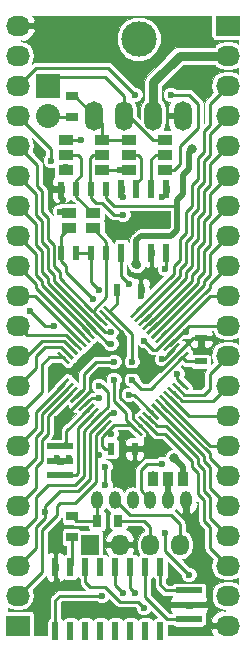
<source format=gbr>
G04 #@! TF.FileFunction,Copper,L2,Bot,Signal*
%FSLAX46Y46*%
G04 Gerber Fmt 4.6, Leading zero omitted, Abs format (unit mm)*
G04 Created by KiCad (PCBNEW 4.0.7) date 02/16/18 18:05:03*
%MOMM*%
%LPD*%
G01*
G04 APERTURE LIST*
%ADD10C,0.100000*%
%ADD11R,2.032000X1.727200*%
%ADD12O,2.032000X1.727200*%
%ADD13R,0.600000X1.500000*%
%ADD14R,1.270000X0.965200*%
%ADD15O,1.500000X2.500000*%
%ADD16C,3.000000*%
%ADD17R,0.600000X1.550000*%
%ADD18O,1.000000X1.524000*%
%ADD19R,2.032000X2.032000*%
%ADD20O,2.032000X2.032000*%
%ADD21R,1.000000X0.800000*%
%ADD22R,0.965200X1.270000*%
%ADD23R,2.200000X0.600000*%
%ADD24R,0.600000X1.300000*%
%ADD25R,0.600000X1.000000*%
%ADD26R,1.000000X0.600000*%
%ADD27R,0.800000X1.000000*%
%ADD28R,1.500000X1.800000*%
%ADD29O,1.500000X1.800000*%
%ADD30C,0.600000*%
%ADD31C,0.800000*%
%ADD32C,0.250000*%
%ADD33C,0.500000*%
%ADD34C,0.800000*%
%ADD35C,0.026000*%
G04 APERTURE END LIST*
D10*
D11*
X22860000Y-71120000D03*
D12*
X22860000Y-68580000D03*
X22860000Y-66040000D03*
X22860000Y-63500000D03*
X22860000Y-60960000D03*
X22860000Y-58420000D03*
X22860000Y-55880000D03*
X22860000Y-53340000D03*
X22860000Y-50800000D03*
X22860000Y-48260000D03*
X22860000Y-45720000D03*
X22860000Y-43180000D03*
X22860000Y-40640000D03*
X22860000Y-38100000D03*
X22860000Y-35560000D03*
X22860000Y-33020000D03*
X22860000Y-30480000D03*
X22860000Y-27940000D03*
X22860000Y-25400000D03*
X22860000Y-22860000D03*
X22860000Y-20320000D03*
D13*
X26035000Y-66134000D03*
X27305000Y-66134000D03*
X28575000Y-66134000D03*
X29845000Y-66134000D03*
X31115000Y-66134000D03*
X32385000Y-66134000D03*
X33655000Y-66134000D03*
X34925000Y-66134000D03*
X34925000Y-71534000D03*
X33655000Y-71534000D03*
X32385000Y-71534000D03*
X31115000Y-71534000D03*
X29845000Y-71534000D03*
X28575000Y-71534000D03*
X27305000Y-71534000D03*
X26035000Y-71534000D03*
D14*
X29972000Y-29972000D03*
X29972000Y-31242000D03*
X29972000Y-32512000D03*
D15*
X36830000Y-27940000D03*
X34330000Y-27940000D03*
X31830000Y-27940000D03*
X29330000Y-27940000D03*
D16*
X33080000Y-21440000D03*
D10*
G36*
X30247398Y-55098466D02*
X30070621Y-54921689D01*
X30989860Y-54002450D01*
X31166637Y-54179227D01*
X30247398Y-55098466D01*
X30247398Y-55098466D01*
G37*
G36*
X29893845Y-54744913D02*
X29717068Y-54568136D01*
X30636307Y-53648897D01*
X30813084Y-53825674D01*
X29893845Y-54744913D01*
X29893845Y-54744913D01*
G37*
G36*
X29540291Y-54391359D02*
X29363514Y-54214582D01*
X30282753Y-53295343D01*
X30459530Y-53472120D01*
X29540291Y-54391359D01*
X29540291Y-54391359D01*
G37*
G36*
X29186738Y-54037806D02*
X29009961Y-53861029D01*
X29929200Y-52941790D01*
X30105977Y-53118567D01*
X29186738Y-54037806D01*
X29186738Y-54037806D01*
G37*
G36*
X28833185Y-53684253D02*
X28656408Y-53507476D01*
X29575647Y-52588237D01*
X29752424Y-52765014D01*
X28833185Y-53684253D01*
X28833185Y-53684253D01*
G37*
G36*
X28479631Y-53330699D02*
X28302854Y-53153922D01*
X29222093Y-52234683D01*
X29398870Y-52411460D01*
X28479631Y-53330699D01*
X28479631Y-53330699D01*
G37*
G36*
X28126078Y-52977146D02*
X27949301Y-52800369D01*
X28868540Y-51881130D01*
X29045317Y-52057907D01*
X28126078Y-52977146D01*
X28126078Y-52977146D01*
G37*
G36*
X27772524Y-52623592D02*
X27595747Y-52446815D01*
X28514986Y-51527576D01*
X28691763Y-51704353D01*
X27772524Y-52623592D01*
X27772524Y-52623592D01*
G37*
G36*
X27418971Y-52270039D02*
X27242194Y-52093262D01*
X28161433Y-51174023D01*
X28338210Y-51350800D01*
X27418971Y-52270039D01*
X27418971Y-52270039D01*
G37*
G36*
X27065418Y-51916486D02*
X26888641Y-51739709D01*
X27807880Y-50820470D01*
X27984657Y-50997247D01*
X27065418Y-51916486D01*
X27065418Y-51916486D01*
G37*
G36*
X26711864Y-51562932D02*
X26535087Y-51386155D01*
X27454326Y-50466916D01*
X27631103Y-50643693D01*
X26711864Y-51562932D01*
X26711864Y-51562932D01*
G37*
G36*
X26358311Y-51209379D02*
X26181534Y-51032602D01*
X27100773Y-50113363D01*
X27277550Y-50290140D01*
X26358311Y-51209379D01*
X26358311Y-51209379D01*
G37*
G36*
X26181534Y-48027398D02*
X26358311Y-47850621D01*
X27277550Y-48769860D01*
X27100773Y-48946637D01*
X26181534Y-48027398D01*
X26181534Y-48027398D01*
G37*
G36*
X26535087Y-47673845D02*
X26711864Y-47497068D01*
X27631103Y-48416307D01*
X27454326Y-48593084D01*
X26535087Y-47673845D01*
X26535087Y-47673845D01*
G37*
G36*
X26888641Y-47320291D02*
X27065418Y-47143514D01*
X27984657Y-48062753D01*
X27807880Y-48239530D01*
X26888641Y-47320291D01*
X26888641Y-47320291D01*
G37*
G36*
X27242194Y-46966738D02*
X27418971Y-46789961D01*
X28338210Y-47709200D01*
X28161433Y-47885977D01*
X27242194Y-46966738D01*
X27242194Y-46966738D01*
G37*
G36*
X27595747Y-46613185D02*
X27772524Y-46436408D01*
X28691763Y-47355647D01*
X28514986Y-47532424D01*
X27595747Y-46613185D01*
X27595747Y-46613185D01*
G37*
G36*
X27949301Y-46259631D02*
X28126078Y-46082854D01*
X29045317Y-47002093D01*
X28868540Y-47178870D01*
X27949301Y-46259631D01*
X27949301Y-46259631D01*
G37*
G36*
X28302854Y-45906078D02*
X28479631Y-45729301D01*
X29398870Y-46648540D01*
X29222093Y-46825317D01*
X28302854Y-45906078D01*
X28302854Y-45906078D01*
G37*
G36*
X28656408Y-45552524D02*
X28833185Y-45375747D01*
X29752424Y-46294986D01*
X29575647Y-46471763D01*
X28656408Y-45552524D01*
X28656408Y-45552524D01*
G37*
G36*
X29009961Y-45198971D02*
X29186738Y-45022194D01*
X30105977Y-45941433D01*
X29929200Y-46118210D01*
X29009961Y-45198971D01*
X29009961Y-45198971D01*
G37*
G36*
X29363514Y-44845418D02*
X29540291Y-44668641D01*
X30459530Y-45587880D01*
X30282753Y-45764657D01*
X29363514Y-44845418D01*
X29363514Y-44845418D01*
G37*
G36*
X29717068Y-44491864D02*
X29893845Y-44315087D01*
X30813084Y-45234326D01*
X30636307Y-45411103D01*
X29717068Y-44491864D01*
X29717068Y-44491864D01*
G37*
G36*
X30070621Y-44138311D02*
X30247398Y-43961534D01*
X31166637Y-44880773D01*
X30989860Y-45057550D01*
X30070621Y-44138311D01*
X30070621Y-44138311D01*
G37*
G36*
X32510140Y-45057550D02*
X32333363Y-44880773D01*
X33252602Y-43961534D01*
X33429379Y-44138311D01*
X32510140Y-45057550D01*
X32510140Y-45057550D01*
G37*
G36*
X32863693Y-45411103D02*
X32686916Y-45234326D01*
X33606155Y-44315087D01*
X33782932Y-44491864D01*
X32863693Y-45411103D01*
X32863693Y-45411103D01*
G37*
G36*
X33217247Y-45764657D02*
X33040470Y-45587880D01*
X33959709Y-44668641D01*
X34136486Y-44845418D01*
X33217247Y-45764657D01*
X33217247Y-45764657D01*
G37*
G36*
X33570800Y-46118210D02*
X33394023Y-45941433D01*
X34313262Y-45022194D01*
X34490039Y-45198971D01*
X33570800Y-46118210D01*
X33570800Y-46118210D01*
G37*
G36*
X33924353Y-46471763D02*
X33747576Y-46294986D01*
X34666815Y-45375747D01*
X34843592Y-45552524D01*
X33924353Y-46471763D01*
X33924353Y-46471763D01*
G37*
G36*
X34277907Y-46825317D02*
X34101130Y-46648540D01*
X35020369Y-45729301D01*
X35197146Y-45906078D01*
X34277907Y-46825317D01*
X34277907Y-46825317D01*
G37*
G36*
X34631460Y-47178870D02*
X34454683Y-47002093D01*
X35373922Y-46082854D01*
X35550699Y-46259631D01*
X34631460Y-47178870D01*
X34631460Y-47178870D01*
G37*
G36*
X34985014Y-47532424D02*
X34808237Y-47355647D01*
X35727476Y-46436408D01*
X35904253Y-46613185D01*
X34985014Y-47532424D01*
X34985014Y-47532424D01*
G37*
G36*
X35338567Y-47885977D02*
X35161790Y-47709200D01*
X36081029Y-46789961D01*
X36257806Y-46966738D01*
X35338567Y-47885977D01*
X35338567Y-47885977D01*
G37*
G36*
X35692120Y-48239530D02*
X35515343Y-48062753D01*
X36434582Y-47143514D01*
X36611359Y-47320291D01*
X35692120Y-48239530D01*
X35692120Y-48239530D01*
G37*
G36*
X36045674Y-48593084D02*
X35868897Y-48416307D01*
X36788136Y-47497068D01*
X36964913Y-47673845D01*
X36045674Y-48593084D01*
X36045674Y-48593084D01*
G37*
G36*
X36399227Y-48946637D02*
X36222450Y-48769860D01*
X37141689Y-47850621D01*
X37318466Y-48027398D01*
X36399227Y-48946637D01*
X36399227Y-48946637D01*
G37*
G36*
X36222450Y-50290140D02*
X36399227Y-50113363D01*
X37318466Y-51032602D01*
X37141689Y-51209379D01*
X36222450Y-50290140D01*
X36222450Y-50290140D01*
G37*
G36*
X35868897Y-50643693D02*
X36045674Y-50466916D01*
X36964913Y-51386155D01*
X36788136Y-51562932D01*
X35868897Y-50643693D01*
X35868897Y-50643693D01*
G37*
G36*
X35515343Y-50997247D02*
X35692120Y-50820470D01*
X36611359Y-51739709D01*
X36434582Y-51916486D01*
X35515343Y-50997247D01*
X35515343Y-50997247D01*
G37*
G36*
X35161790Y-51350800D02*
X35338567Y-51174023D01*
X36257806Y-52093262D01*
X36081029Y-52270039D01*
X35161790Y-51350800D01*
X35161790Y-51350800D01*
G37*
G36*
X34808237Y-51704353D02*
X34985014Y-51527576D01*
X35904253Y-52446815D01*
X35727476Y-52623592D01*
X34808237Y-51704353D01*
X34808237Y-51704353D01*
G37*
G36*
X34454683Y-52057907D02*
X34631460Y-51881130D01*
X35550699Y-52800369D01*
X35373922Y-52977146D01*
X34454683Y-52057907D01*
X34454683Y-52057907D01*
G37*
G36*
X34101130Y-52411460D02*
X34277907Y-52234683D01*
X35197146Y-53153922D01*
X35020369Y-53330699D01*
X34101130Y-52411460D01*
X34101130Y-52411460D01*
G37*
G36*
X33747576Y-52765014D02*
X33924353Y-52588237D01*
X34843592Y-53507476D01*
X34666815Y-53684253D01*
X33747576Y-52765014D01*
X33747576Y-52765014D01*
G37*
G36*
X33394023Y-53118567D02*
X33570800Y-52941790D01*
X34490039Y-53861029D01*
X34313262Y-54037806D01*
X33394023Y-53118567D01*
X33394023Y-53118567D01*
G37*
G36*
X33040470Y-53472120D02*
X33217247Y-53295343D01*
X34136486Y-54214582D01*
X33959709Y-54391359D01*
X33040470Y-53472120D01*
X33040470Y-53472120D01*
G37*
G36*
X32686916Y-53825674D02*
X32863693Y-53648897D01*
X33782932Y-54568136D01*
X33606155Y-54744913D01*
X32686916Y-53825674D01*
X32686916Y-53825674D01*
G37*
G36*
X32333363Y-54179227D02*
X32510140Y-54002450D01*
X33429379Y-54921689D01*
X33252602Y-55098466D01*
X32333363Y-54179227D01*
X32333363Y-54179227D01*
G37*
D17*
X35433000Y-39530000D03*
X34163000Y-39530000D03*
X32893000Y-39530000D03*
X31623000Y-39530000D03*
X31623000Y-34130000D03*
X32893000Y-34130000D03*
X34163000Y-34130000D03*
X35433000Y-34130000D03*
D18*
X37084000Y-60452000D03*
X35584000Y-60452000D03*
X34084000Y-60452000D03*
X32584000Y-60452000D03*
X31084000Y-60452000D03*
X29584000Y-60452000D03*
D19*
X25400000Y-25400000D03*
D20*
X25400000Y-27940000D03*
D21*
X27432000Y-28078000D03*
X27432000Y-26278000D03*
D22*
X34290000Y-58674000D03*
X35560000Y-58674000D03*
X36830000Y-58674000D03*
D23*
X26416000Y-55950000D03*
X26416000Y-57150000D03*
X26416000Y-58350000D03*
D24*
X30353000Y-39530000D03*
X29083000Y-39530000D03*
X27813000Y-39530000D03*
X26543000Y-39530000D03*
X26543000Y-34130000D03*
X27813000Y-34130000D03*
X29083000Y-34130000D03*
X30353000Y-34130000D03*
D14*
X32258000Y-32512000D03*
X32258000Y-31242000D03*
X32258000Y-29972000D03*
X35306000Y-32512000D03*
X35306000Y-31242000D03*
X35306000Y-29972000D03*
X26924000Y-29972000D03*
X26924000Y-31242000D03*
X26924000Y-32512000D03*
X29210000Y-37465000D03*
X29210000Y-36195000D03*
X27178000Y-36195000D03*
X27178000Y-37465000D03*
D25*
X31258000Y-42672000D03*
X33258000Y-42672000D03*
D26*
X38354000Y-48752000D03*
X38354000Y-46752000D03*
D25*
X30750000Y-56134000D03*
X32750000Y-56134000D03*
D23*
X37338000Y-70542000D03*
X37338000Y-69342000D03*
X37338000Y-68142000D03*
D27*
X31380000Y-62230000D03*
X29580000Y-62230000D03*
D21*
X27432000Y-63638000D03*
X27432000Y-61838000D03*
D28*
X28956000Y-64262000D03*
D29*
X31496000Y-64262000D03*
X34036000Y-64262000D03*
X36576000Y-64262000D03*
D11*
X40640000Y-20320000D03*
D12*
X40640000Y-22860000D03*
X40640000Y-25400000D03*
X40640000Y-27940000D03*
X40640000Y-30480000D03*
X40640000Y-33020000D03*
X40640000Y-35560000D03*
X40640000Y-38100000D03*
X40640000Y-40640000D03*
X40640000Y-43180000D03*
X40640000Y-45720000D03*
X40640000Y-48260000D03*
X40640000Y-50800000D03*
X40640000Y-53340000D03*
X40640000Y-55880000D03*
X40640000Y-58420000D03*
X40640000Y-60960000D03*
X40640000Y-63500000D03*
X40640000Y-66040000D03*
X40640000Y-68580000D03*
X40640000Y-71120000D03*
D30*
X35052000Y-55626000D03*
X33782000Y-55372000D03*
X29464000Y-47498000D03*
X35814000Y-67310000D03*
X27940000Y-67564000D03*
X27178000Y-69850000D03*
X27940000Y-69850000D03*
X32512000Y-69850000D03*
X31750000Y-69850000D03*
X30988000Y-69850000D03*
X30226000Y-69850000D03*
X29464000Y-69850000D03*
X28702000Y-69850000D03*
D31*
X35306000Y-69088000D03*
D30*
X26162000Y-67310000D03*
X26162000Y-53594000D03*
X37973000Y-50038000D03*
X31750000Y-37338000D03*
X31750000Y-38100000D03*
X27178000Y-56896000D03*
X26162000Y-56896000D03*
X34163000Y-39530000D03*
X33274000Y-43180000D03*
X35052000Y-34798000D03*
X31750000Y-34798000D03*
X26670000Y-35052000D03*
X33528000Y-49530000D03*
X30226000Y-57658000D03*
X30226000Y-59182000D03*
X35306000Y-63246000D03*
X37338000Y-66802000D03*
X29718000Y-51816000D03*
X30988000Y-50292000D03*
D31*
X32893000Y-40513000D03*
X37592000Y-30734000D03*
D30*
X30734000Y-54864000D03*
D31*
X36068000Y-56896000D03*
D30*
X32512000Y-48768000D03*
X32512000Y-50292000D03*
X30988000Y-48768000D03*
X29718000Y-56642000D03*
X32258000Y-51562000D03*
X33528000Y-69596000D03*
X32258000Y-42164000D03*
X33528000Y-46990000D03*
X37084000Y-46228000D03*
X35306000Y-40894000D03*
X35052000Y-48514000D03*
X36322000Y-49784000D03*
X35052000Y-57404000D03*
X23876000Y-44450000D03*
X25146000Y-61468000D03*
X25908000Y-45720000D03*
X30988000Y-53086000D03*
X29718000Y-50800000D03*
X30734000Y-46228000D03*
X29210000Y-43434000D03*
D31*
X34290000Y-58420000D03*
D30*
X29718000Y-42672000D03*
X30734000Y-47244000D03*
X26416000Y-36068000D03*
X31750000Y-36322000D03*
X25654000Y-31750000D03*
X31496000Y-32512000D03*
X32766000Y-26162000D03*
X35814000Y-26162000D03*
X26924000Y-32258000D03*
X28194000Y-29972000D03*
X32766000Y-68326000D03*
X31750000Y-68326000D03*
X29972000Y-68580000D03*
D32*
X33234924Y-54196905D02*
X33782000Y-54743981D01*
X33782000Y-54743981D02*
X33782000Y-55372000D01*
X29972000Y-48006000D02*
X31750000Y-48006000D01*
X29464000Y-47498000D02*
X29972000Y-48006000D01*
X28933670Y-51285669D02*
X28933670Y-50060330D01*
X29464000Y-49530000D02*
X31750000Y-49530000D01*
X28933670Y-50060330D02*
X29464000Y-49530000D01*
X32572010Y-53533991D02*
X32572010Y-52892010D01*
X32572010Y-53533991D02*
X33234924Y-54196905D01*
X31496000Y-51054000D02*
X31496000Y-51816000D01*
X31750000Y-49530000D02*
X31750000Y-50800000D01*
X31750000Y-50800000D02*
X31496000Y-51054000D01*
X32572010Y-52892010D02*
X31496000Y-51816000D01*
X26162000Y-67310000D02*
X26416000Y-67564000D01*
X26416000Y-67564000D02*
X27940000Y-67564000D01*
X27940000Y-69850000D02*
X27178000Y-69850000D01*
X28702000Y-69850000D02*
X27940000Y-69850000D01*
X29464000Y-69850000D02*
X28702000Y-69850000D01*
X32512000Y-69850000D02*
X31750000Y-69850000D01*
X30988000Y-69850000D02*
X30226000Y-69850000D01*
D33*
X37338000Y-69342000D02*
X35560000Y-69342000D01*
X35560000Y-69342000D02*
X35306000Y-69088000D01*
X37084000Y-60452000D02*
X37084000Y-61976000D01*
X38862000Y-69342000D02*
X37338000Y-69342000D01*
X39116000Y-69088000D02*
X38862000Y-69342000D01*
X39116000Y-67056000D02*
X39116000Y-69088000D01*
X38354000Y-66294000D02*
X39116000Y-67056000D01*
X38354000Y-63246000D02*
X38354000Y-66294000D01*
X37084000Y-61976000D02*
X38354000Y-63246000D01*
D32*
X26035000Y-66134000D02*
X26035000Y-67183000D01*
X26035000Y-67183000D02*
X26162000Y-67310000D01*
X28143755Y-52075584D02*
X26625339Y-53594000D01*
X26625339Y-53594000D02*
X26162000Y-53594000D01*
X37973000Y-50038000D02*
X37846000Y-50038000D01*
X31750000Y-38100000D02*
X31750000Y-37338000D01*
X26416000Y-57150000D02*
X26924000Y-57150000D01*
X26924000Y-57150000D02*
X27178000Y-56896000D01*
X26162000Y-56896000D02*
X26416000Y-57150000D01*
X33258000Y-41672000D02*
X34163000Y-40767000D01*
X34163000Y-40767000D02*
X34163000Y-39530000D01*
X33258000Y-42672000D02*
X33258000Y-41672000D01*
X33274000Y-43180000D02*
X33258000Y-43164000D01*
X33258000Y-43164000D02*
X33258000Y-42672000D01*
X33270279Y-54161550D02*
X33234924Y-54196905D01*
X36416905Y-48045076D02*
X37709981Y-46752000D01*
X37709981Y-46752000D02*
X38354000Y-46752000D01*
X35052000Y-34798000D02*
X35433000Y-34417000D01*
X35433000Y-34417000D02*
X35433000Y-34130000D01*
X26543000Y-34925000D02*
X26670000Y-35052000D01*
X26543000Y-34925000D02*
X26543000Y-34130000D01*
X36416905Y-48045076D02*
X34931981Y-49530000D01*
X34931981Y-49530000D02*
X33528000Y-49530000D01*
D33*
X33528000Y-49530000D02*
X31750000Y-49530000D01*
X26543000Y-34130000D02*
X26543000Y-34925000D01*
D32*
X31750000Y-49530000D02*
X31750000Y-48006000D01*
X31750000Y-48006000D02*
X31750000Y-46348019D01*
X31750000Y-46348019D02*
X30265076Y-44863095D01*
X28143755Y-52075584D02*
X28933670Y-51285669D01*
X30226000Y-59182000D02*
X30226000Y-57658000D01*
X35306000Y-63246000D02*
X35306000Y-64770000D01*
X35306000Y-64770000D02*
X37338000Y-66802000D01*
X28497309Y-52429138D02*
X29110447Y-51816000D01*
X29110447Y-51816000D02*
X29718000Y-51816000D01*
D34*
X40640000Y-22860000D02*
X36576000Y-22860000D01*
X34330000Y-25106000D02*
X36576000Y-22860000D01*
X34330000Y-25106000D02*
X34330000Y-27940000D01*
D32*
X26416000Y-58350000D02*
X27756000Y-58350000D01*
X27756000Y-58350000D02*
X27940000Y-58166000D01*
X29204416Y-53136245D02*
X27940000Y-54400661D01*
X27940000Y-54400661D02*
X27940000Y-58166000D01*
X26600000Y-58166000D02*
X26416000Y-58350000D01*
X26973777Y-54659776D02*
X26973777Y-55576223D01*
X26973777Y-55576223D02*
X26600000Y-55950000D01*
X26600000Y-55950000D02*
X26416000Y-55950000D01*
X26973777Y-54659776D02*
X28850862Y-52782691D01*
X27790202Y-51722031D02*
X28448000Y-51064233D01*
X29464000Y-48768000D02*
X30988000Y-48768000D01*
X28448000Y-49784000D02*
X29464000Y-48768000D01*
X28448000Y-51064233D02*
X28448000Y-49784000D01*
X30988000Y-52070000D02*
X32004000Y-53086000D01*
X32004000Y-53673087D02*
X32881371Y-54550458D01*
X30988000Y-52070000D02*
X30988000Y-50292000D01*
X32004000Y-53086000D02*
X32004000Y-53673087D01*
X30618629Y-54550458D02*
X31067087Y-54102000D01*
X31067087Y-54102000D02*
X32432913Y-54102000D01*
X32432913Y-54102000D02*
X32881371Y-54550458D01*
D33*
X37338000Y-32479000D02*
X37338000Y-30988000D01*
X36322000Y-35052000D02*
X36830000Y-34544000D01*
X36322000Y-35560000D02*
X36322000Y-35052000D01*
X36830000Y-32987000D02*
X36830000Y-34544000D01*
X37338000Y-32479000D02*
X36830000Y-32987000D01*
X37338000Y-30988000D02*
X37592000Y-30734000D01*
D32*
X30618629Y-54550458D02*
X30618629Y-54748629D01*
X30618629Y-54748629D02*
X30734000Y-54864000D01*
X30480000Y-54689087D02*
X30618629Y-54550458D01*
X30750000Y-56134000D02*
X30226000Y-56134000D01*
X30226000Y-56134000D02*
X29972000Y-55880000D01*
X30618629Y-54550458D02*
X29972000Y-55197087D01*
X29972000Y-55197087D02*
X29972000Y-55880000D01*
D33*
X36830000Y-57658000D02*
X36830000Y-58674000D01*
X36068000Y-56896000D02*
X36830000Y-57658000D01*
D32*
X36770458Y-48398629D02*
X37123829Y-48752000D01*
X37123829Y-48752000D02*
X38354000Y-48752000D01*
X31258000Y-42672000D02*
X31258000Y-43870171D01*
X31258000Y-43870171D02*
X30618629Y-44509542D01*
D33*
X32893000Y-39530000D02*
X32893000Y-40513000D01*
X32893000Y-40513000D02*
X33020000Y-40640000D01*
D32*
X30353000Y-34130000D02*
X30353000Y-34925000D01*
X30988000Y-35560000D02*
X36322000Y-35560000D01*
X30353000Y-34925000D02*
X30988000Y-35560000D01*
D33*
X32893000Y-39530000D02*
X32893000Y-38481000D01*
X36322000Y-37592000D02*
X36322000Y-35560000D01*
X35814000Y-38100000D02*
X36322000Y-37592000D01*
X33274000Y-38100000D02*
X35814000Y-38100000D01*
X32893000Y-38481000D02*
X33274000Y-38100000D01*
D32*
X30618629Y-44509542D02*
X32512000Y-46402913D01*
X32512000Y-46402913D02*
X32512000Y-48768000D01*
X36770458Y-48398629D02*
X34115087Y-51054000D01*
X33274000Y-51054000D02*
X32512000Y-50292000D01*
X34115087Y-51054000D02*
X33274000Y-51054000D01*
X32881371Y-54550458D02*
X32432913Y-54102000D01*
X29464000Y-56642000D02*
X29718000Y-56642000D01*
X30265076Y-54196905D02*
X29464000Y-54997981D01*
X29464000Y-54997981D02*
X29464000Y-56642000D01*
X29464000Y-56642000D02*
X29464000Y-56896000D01*
X29464000Y-56896000D02*
X29464000Y-57150000D01*
X29464000Y-57150000D02*
X29464000Y-58928000D01*
X24892000Y-66548000D02*
X22860000Y-68580000D01*
X24892000Y-62992000D02*
X24892000Y-66548000D01*
X26162000Y-61722000D02*
X24892000Y-62992000D01*
X26162000Y-60960000D02*
X26162000Y-61722000D01*
X26416000Y-60706000D02*
X26162000Y-60960000D01*
X27686000Y-60706000D02*
X26416000Y-60706000D01*
X29464000Y-58928000D02*
X27686000Y-60706000D01*
X34295584Y-53136245D02*
X32721339Y-51562000D01*
X32721339Y-51562000D02*
X32258000Y-51562000D01*
X28956000Y-67818000D02*
X30226000Y-67818000D01*
X30226000Y-67818000D02*
X31496000Y-69088000D01*
X31496000Y-69088000D02*
X33020000Y-69088000D01*
X33020000Y-69088000D02*
X33528000Y-69596000D01*
X28575000Y-67437000D02*
X28956000Y-67818000D01*
X28575000Y-66134000D02*
X28575000Y-67437000D01*
X31084000Y-60452000D02*
X32354000Y-61722000D01*
X36576000Y-62484000D02*
X36576000Y-64262000D01*
X35814000Y-61722000D02*
X36576000Y-62484000D01*
X32354000Y-61722000D02*
X35814000Y-61722000D01*
X38608000Y-41910000D02*
X38608000Y-42318447D01*
X38608000Y-42318447D02*
X34649138Y-46277309D01*
X40640000Y-38100000D02*
X39116000Y-39624000D01*
X39116000Y-41402000D02*
X38608000Y-41910000D01*
X39116000Y-39624000D02*
X39116000Y-41402000D01*
X27432000Y-61838000D02*
X27824000Y-62230000D01*
X27824000Y-62230000D02*
X29580000Y-62230000D01*
X29580000Y-62230000D02*
X29580000Y-60456000D01*
X29580000Y-60456000D02*
X29584000Y-60452000D01*
X39116000Y-42164000D02*
X39116000Y-42517553D01*
X39116000Y-42517553D02*
X35002691Y-46630862D01*
X40640000Y-40640000D02*
X39116000Y-42164000D01*
X31623000Y-41529000D02*
X31623000Y-39530000D01*
X32258000Y-42164000D02*
X31623000Y-41529000D01*
X35356245Y-46984416D02*
X34588661Y-47752000D01*
X34290000Y-47752000D02*
X33528000Y-46990000D01*
X34588661Y-47752000D02*
X34290000Y-47752000D01*
X35356245Y-46984416D02*
X39160661Y-43180000D01*
X39160661Y-43180000D02*
X40640000Y-43180000D01*
X35433000Y-39530000D02*
X35433000Y-40767000D01*
X37078884Y-46222884D02*
X36824883Y-46222884D01*
X37084000Y-46228000D02*
X37078884Y-46222884D01*
X35433000Y-40767000D02*
X35306000Y-40894000D01*
X35709798Y-47337969D02*
X36824883Y-46222884D01*
X36824883Y-46222884D02*
X37327767Y-45720000D01*
X37327767Y-45720000D02*
X40640000Y-45720000D01*
X36063351Y-47691522D02*
X35240873Y-48514000D01*
X35240873Y-48514000D02*
X35052000Y-48514000D01*
X34084000Y-60452000D02*
X33274000Y-59642000D01*
X36322000Y-49784000D02*
X36322000Y-50212913D01*
X33782000Y-57404000D02*
X35052000Y-57404000D01*
X33274000Y-57912000D02*
X33782000Y-57404000D01*
X33274000Y-59642000D02*
X33274000Y-57912000D01*
X36770458Y-50661371D02*
X36322000Y-50212913D01*
X36770458Y-50661371D02*
X36909087Y-50800000D01*
X23876000Y-44450000D02*
X25146000Y-45720000D01*
X25146000Y-45720000D02*
X25908000Y-45720000D01*
X29911522Y-53843351D02*
X30668873Y-53086000D01*
X30668873Y-53086000D02*
X30988000Y-53086000D01*
X24384000Y-64516000D02*
X22860000Y-66040000D01*
X24384000Y-62738000D02*
X24384000Y-64516000D01*
X25146000Y-61976000D02*
X24384000Y-62738000D01*
X25146000Y-60960000D02*
X25146000Y-61468000D01*
X25146000Y-61468000D02*
X25146000Y-61976000D01*
X26416000Y-59690000D02*
X25146000Y-60960000D01*
X27940000Y-59690000D02*
X26416000Y-59690000D01*
X28956000Y-58674000D02*
X27940000Y-59690000D01*
X29911522Y-53843351D02*
X28956000Y-54798873D01*
X28956000Y-54798873D02*
X28956000Y-58674000D01*
X29966884Y-50800000D02*
X29718000Y-50800000D01*
X30474884Y-51308000D02*
X29966884Y-50800000D01*
X25400000Y-59182000D02*
X24384000Y-60198000D01*
X24384000Y-61976000D02*
X22860000Y-63500000D01*
X24384000Y-60198000D02*
X24384000Y-61976000D01*
X28448000Y-54599767D02*
X28448000Y-58420000D01*
X28448000Y-54599767D02*
X29557969Y-53489798D01*
X28448000Y-58420000D02*
X27686000Y-59182000D01*
X27686000Y-59182000D02*
X25400000Y-59182000D01*
X29557969Y-53489798D02*
X30474884Y-52572883D01*
X30474884Y-52572883D02*
X30474884Y-51308000D01*
X30474884Y-51308000D02*
X30474884Y-51302884D01*
X24384000Y-59436000D02*
X22860000Y-60960000D01*
X24384000Y-57658000D02*
X24384000Y-59436000D01*
X24892000Y-57150000D02*
X24384000Y-57658000D01*
X24892000Y-55372000D02*
X24892000Y-57150000D01*
X25400000Y-54864000D02*
X24892000Y-55372000D01*
X27436649Y-51368478D02*
X25400000Y-53405127D01*
X25400000Y-53405127D02*
X25400000Y-54864000D01*
X24384000Y-56896000D02*
X22860000Y-58420000D01*
X24384000Y-55118000D02*
X24384000Y-56896000D01*
X24892000Y-54610000D02*
X24384000Y-55118000D01*
X27083095Y-51014924D02*
X24892000Y-53206019D01*
X24892000Y-53206019D02*
X24892000Y-54610000D01*
X24384000Y-54356000D02*
X22860000Y-55880000D01*
X26729542Y-50661371D02*
X24384000Y-53006913D01*
X24384000Y-53006913D02*
X24384000Y-54356000D01*
X29210000Y-37465000D02*
X30353000Y-38608000D01*
X30353000Y-38608000D02*
X30353000Y-39530000D01*
X29304437Y-44609564D02*
X29304437Y-44355563D01*
X30353000Y-43307000D02*
X30353000Y-39530000D01*
X29304437Y-44355563D02*
X30353000Y-43307000D01*
X29911522Y-45216649D02*
X29304437Y-44609564D01*
X29304437Y-44609564D02*
X29210000Y-44515127D01*
X29210000Y-44515127D02*
X29177437Y-44482564D01*
X29177437Y-44482564D02*
X28796437Y-44101564D01*
X28796437Y-44101564D02*
X26416000Y-41721127D01*
X25908000Y-38862000D02*
X25908000Y-40640000D01*
X25908000Y-40640000D02*
X26416000Y-41148000D01*
X26416000Y-41721127D02*
X26416000Y-41148000D01*
X24892000Y-34290000D02*
X24892000Y-36068000D01*
X22860000Y-30480000D02*
X24511000Y-32131000D01*
X24892000Y-36068000D02*
X25400000Y-36576000D01*
X25400000Y-38354000D02*
X25908000Y-38862000D01*
X25400000Y-36576000D02*
X25400000Y-38354000D01*
X24511000Y-33909000D02*
X24892000Y-34290000D01*
X24511000Y-32131000D02*
X24511000Y-33909000D01*
X26543000Y-39530000D02*
X26543000Y-38100000D01*
X26543000Y-38100000D02*
X27178000Y-37465000D01*
X26543000Y-39530000D02*
X26543000Y-40259000D01*
X30215767Y-46228000D02*
X29557969Y-45570202D01*
X30734000Y-46228000D02*
X30215767Y-46228000D01*
X26924000Y-41148000D02*
X29210000Y-43434000D01*
X26924000Y-40640000D02*
X26924000Y-41148000D01*
X26543000Y-40259000D02*
X26924000Y-40640000D01*
X25908000Y-41402000D02*
X25908000Y-41920233D01*
X25400000Y-40894000D02*
X25908000Y-41402000D01*
X25908000Y-41920233D02*
X29557969Y-45570202D01*
X24384000Y-34544000D02*
X24384000Y-36322000D01*
X22860000Y-33020000D02*
X24384000Y-34544000D01*
X24892000Y-36830000D02*
X24384000Y-36322000D01*
X24892000Y-38608000D02*
X25400000Y-39116000D01*
X25400000Y-39116000D02*
X25400000Y-40894000D01*
X24892000Y-36830000D02*
X24892000Y-38608000D01*
X24892000Y-41910000D02*
X24892000Y-42318447D01*
X24892000Y-42318447D02*
X28850862Y-46277309D01*
X24384000Y-41402000D02*
X24892000Y-41910000D01*
X22860000Y-38100000D02*
X24384000Y-39624000D01*
X24384000Y-39624000D02*
X24384000Y-41402000D01*
X28143755Y-46984416D02*
X24339339Y-43180000D01*
X24339339Y-43180000D02*
X22860000Y-43180000D01*
X27790202Y-47337969D02*
X26934233Y-46482000D01*
X23622000Y-46482000D02*
X22860000Y-45720000D01*
X26934233Y-46482000D02*
X23622000Y-46482000D01*
X23368000Y-46228000D02*
X22860000Y-45720000D01*
X22860000Y-48260000D02*
X23622000Y-48260000D01*
X23622000Y-48260000D02*
X24892000Y-46990000D01*
X24892000Y-46990000D02*
X26735127Y-46990000D01*
X27436649Y-47691522D02*
X26735127Y-46990000D01*
X22860000Y-48260000D02*
X23114000Y-48260000D01*
X27083095Y-48045076D02*
X26536019Y-47498000D01*
X26536019Y-47498000D02*
X25146000Y-47498000D01*
X24384000Y-49276000D02*
X22860000Y-50800000D01*
X24384000Y-48260000D02*
X24384000Y-49276000D01*
X25146000Y-47498000D02*
X24384000Y-48260000D01*
X26729542Y-48398629D02*
X25515371Y-48398629D01*
X25515371Y-48398629D02*
X24892000Y-49022000D01*
X24892000Y-49022000D02*
X24892000Y-51308000D01*
X24892000Y-51308000D02*
X22860000Y-53340000D01*
X32881371Y-44509542D02*
X36068000Y-41322913D01*
X36068000Y-41322913D02*
X36068000Y-40640000D01*
X36576000Y-40132000D02*
X36068000Y-40640000D01*
X36576000Y-38354000D02*
X36576000Y-40132000D01*
X37084000Y-37846000D02*
X36576000Y-38354000D01*
X37084000Y-36068000D02*
X37084000Y-37846000D01*
X37592000Y-35560000D02*
X37084000Y-36068000D01*
X40640000Y-25400000D02*
X39116000Y-26924000D01*
X37592000Y-33782000D02*
X37592000Y-35560000D01*
X38100000Y-33274000D02*
X37592000Y-33782000D01*
X38100000Y-31496000D02*
X38100000Y-33274000D01*
X38608000Y-30988000D02*
X38100000Y-31496000D01*
X38608000Y-29210000D02*
X38608000Y-30988000D01*
X39116000Y-28702000D02*
X38608000Y-29210000D01*
X39116000Y-26924000D02*
X39116000Y-28702000D01*
X33234924Y-44863095D02*
X36576000Y-41522019D01*
X36576000Y-41522019D02*
X36576000Y-40894000D01*
X37084000Y-40386000D02*
X36576000Y-40894000D01*
X37084000Y-38608000D02*
X37084000Y-40386000D01*
X37592000Y-38100000D02*
X37084000Y-38608000D01*
X40640000Y-27940000D02*
X39116000Y-29464000D01*
X37592000Y-36322000D02*
X37592000Y-38100000D01*
X38100000Y-35814000D02*
X37592000Y-36322000D01*
X38100000Y-34036000D02*
X38100000Y-35814000D01*
X38608000Y-33528000D02*
X38100000Y-34036000D01*
X38608000Y-31750000D02*
X38608000Y-33528000D01*
X39116000Y-31242000D02*
X38608000Y-31750000D01*
X39116000Y-29464000D02*
X39116000Y-31242000D01*
X33588478Y-45216649D02*
X37084000Y-41721127D01*
X37084000Y-41721127D02*
X37084000Y-41148000D01*
X37592000Y-40640000D02*
X37084000Y-41148000D01*
X40640000Y-30480000D02*
X39116000Y-32004000D01*
X37592000Y-38862000D02*
X37592000Y-40640000D01*
X38100000Y-38354000D02*
X37592000Y-38862000D01*
X38100000Y-36576000D02*
X38100000Y-38354000D01*
X38608000Y-36068000D02*
X38100000Y-36576000D01*
X38608000Y-34290000D02*
X38608000Y-36068000D01*
X39116000Y-33782000D02*
X38608000Y-34290000D01*
X39116000Y-32004000D02*
X39116000Y-33782000D01*
X40487600Y-30480000D02*
X40640000Y-30480000D01*
X33942031Y-45570202D02*
X37592000Y-41920233D01*
X37592000Y-41920233D02*
X37592000Y-41402000D01*
X40640000Y-33020000D02*
X39116000Y-34544000D01*
X38100000Y-40894000D02*
X37592000Y-41402000D01*
X38100000Y-39116000D02*
X38100000Y-40894000D01*
X38608000Y-38608000D02*
X38100000Y-39116000D01*
X38608000Y-36830000D02*
X38608000Y-38608000D01*
X39116000Y-36322000D02*
X38608000Y-36830000D01*
X39116000Y-34544000D02*
X39116000Y-36322000D01*
X40487600Y-33020000D02*
X40640000Y-33020000D01*
X38100000Y-41656000D02*
X38100000Y-42119339D01*
X38100000Y-42119339D02*
X34295584Y-45923755D01*
X40640000Y-35560000D02*
X39116000Y-37084000D01*
X38608000Y-41148000D02*
X38100000Y-41656000D01*
X38608000Y-39370000D02*
X38608000Y-41148000D01*
X39116000Y-38862000D02*
X38608000Y-39370000D01*
X39116000Y-37084000D02*
X39116000Y-38862000D01*
X36416905Y-51014924D02*
X36963981Y-51562000D01*
X39116000Y-49784000D02*
X40640000Y-48260000D01*
X39116000Y-51054000D02*
X39116000Y-49784000D01*
X38608000Y-51562000D02*
X39116000Y-51054000D01*
X36963981Y-51562000D02*
X38608000Y-51562000D01*
X36063351Y-51368478D02*
X36764873Y-52070000D01*
X39370000Y-52070000D02*
X40640000Y-50800000D01*
X36764873Y-52070000D02*
X39370000Y-52070000D01*
X35709798Y-51722031D02*
X37327767Y-53340000D01*
X37327767Y-53340000D02*
X40640000Y-53340000D01*
X35356245Y-52075584D02*
X39160661Y-55880000D01*
X39160661Y-55880000D02*
X40640000Y-55880000D01*
X35002691Y-52429138D02*
X39116000Y-56542447D01*
X39116000Y-56896000D02*
X40640000Y-58420000D01*
X39116000Y-56542447D02*
X39116000Y-56896000D01*
X34649138Y-52782691D02*
X38608000Y-56741553D01*
X39116000Y-59436000D02*
X40640000Y-60960000D01*
X39116000Y-57658000D02*
X39116000Y-59436000D01*
X38608000Y-57150000D02*
X39116000Y-57658000D01*
X38608000Y-56741553D02*
X38608000Y-57150000D01*
X33942031Y-53489798D02*
X34668209Y-54215976D01*
X39116000Y-61976000D02*
X40640000Y-63500000D01*
X39116000Y-60198000D02*
X39116000Y-61976000D01*
X38608000Y-59690000D02*
X39116000Y-60198000D01*
X38608000Y-57912000D02*
X38608000Y-59690000D01*
X38100000Y-57404000D02*
X38608000Y-57912000D01*
X38100000Y-56896000D02*
X38100000Y-57404000D01*
X35419976Y-54215976D02*
X38100000Y-56896000D01*
X34668209Y-54215976D02*
X35419976Y-54215976D01*
X33588478Y-53843351D02*
X34609127Y-54864000D01*
X39116000Y-64516000D02*
X40640000Y-66040000D01*
X39116000Y-62738000D02*
X39116000Y-64516000D01*
X38608000Y-62230000D02*
X39116000Y-62738000D01*
X38608000Y-60452000D02*
X38608000Y-62230000D01*
X38100000Y-59944000D02*
X38608000Y-60452000D01*
X38100000Y-58166000D02*
X38100000Y-59944000D01*
X37592000Y-57658000D02*
X38100000Y-58166000D01*
X37592000Y-57150000D02*
X37592000Y-57658000D01*
X35306000Y-54864000D02*
X37592000Y-57150000D01*
X34609127Y-54864000D02*
X35306000Y-54864000D01*
X25400000Y-27940000D02*
X25538000Y-28078000D01*
X25538000Y-28078000D02*
X27432000Y-28078000D01*
D33*
X34290000Y-58420000D02*
X34290000Y-58674000D01*
X35560000Y-58674000D02*
X35560000Y-60428000D01*
X35560000Y-60428000D02*
X35584000Y-60452000D01*
D32*
X22860000Y-40640000D02*
X24384000Y-42164000D01*
X28497309Y-46630862D02*
X24384000Y-42517553D01*
X24384000Y-42517553D02*
X24384000Y-42164000D01*
X24384000Y-37084000D02*
X24384000Y-38862000D01*
X24384000Y-38862000D02*
X24892000Y-39370000D01*
X24892000Y-39370000D02*
X24892000Y-41148000D01*
X22860000Y-35560000D02*
X24384000Y-37084000D01*
X22860000Y-35560000D02*
X23213553Y-35560000D01*
X29083000Y-39530000D02*
X27813000Y-39530000D01*
X29204416Y-45923755D02*
X30524661Y-47244000D01*
X29083000Y-42037000D02*
X29083000Y-39530000D01*
X29718000Y-42672000D02*
X29083000Y-42037000D01*
X30524661Y-47244000D02*
X30734000Y-47244000D01*
X29204416Y-45923755D02*
X25400000Y-42119339D01*
X25400000Y-42119339D02*
X25400000Y-41656000D01*
X24892000Y-41148000D02*
X25400000Y-41656000D01*
X27813000Y-34130000D02*
X27813000Y-34798000D01*
X27813000Y-34798000D02*
X29210000Y-36195000D01*
X27813000Y-34130000D02*
X27813000Y-33401000D01*
X27940000Y-31242000D02*
X26924000Y-31242000D01*
X28194000Y-31496000D02*
X27940000Y-31242000D01*
X28194000Y-33020000D02*
X28194000Y-31496000D01*
X27813000Y-33401000D02*
X28194000Y-33020000D01*
X27178000Y-31496000D02*
X26924000Y-31242000D01*
X27178000Y-36195000D02*
X26543000Y-36195000D01*
X26543000Y-36195000D02*
X26416000Y-36068000D01*
X31750000Y-36322000D02*
X30988000Y-36322000D01*
X30988000Y-36322000D02*
X29972000Y-35306000D01*
X29972000Y-35306000D02*
X29464000Y-35306000D01*
X29464000Y-35306000D02*
X29083000Y-34925000D01*
X29083000Y-34925000D02*
X29083000Y-34130000D01*
X29083000Y-34130000D02*
X28956000Y-34003000D01*
X28956000Y-34003000D02*
X28956000Y-31496000D01*
X28956000Y-31496000D02*
X29210000Y-31242000D01*
X29210000Y-31242000D02*
X29972000Y-31242000D01*
X32893000Y-34130000D02*
X32893000Y-33655000D01*
X32893000Y-33655000D02*
X33274000Y-33274000D01*
X33274000Y-33274000D02*
X33274000Y-31496000D01*
X33274000Y-31496000D02*
X33020000Y-31242000D01*
X33020000Y-31242000D02*
X32258000Y-31242000D01*
X34163000Y-34130000D02*
X34163000Y-31623000D01*
X34544000Y-31242000D02*
X35306000Y-31242000D01*
X34163000Y-31623000D02*
X34544000Y-31242000D01*
X25654000Y-31750000D02*
X25654000Y-30734000D01*
X22860000Y-27940000D02*
X25654000Y-30734000D01*
X29972000Y-32512000D02*
X31496000Y-32512000D01*
X31496000Y-32512000D02*
X32258000Y-32512000D01*
X32258000Y-29972000D02*
X29972000Y-29972000D01*
X29330000Y-27940000D02*
X27668000Y-26278000D01*
X27668000Y-26278000D02*
X27432000Y-26278000D01*
X29330000Y-27940000D02*
X29972000Y-28582000D01*
X29972000Y-28582000D02*
X29972000Y-29972000D01*
X22860000Y-25400000D02*
X24384000Y-23876000D01*
X30480000Y-23876000D02*
X32766000Y-26162000D01*
X24384000Y-23876000D02*
X30480000Y-23876000D01*
X37338000Y-26162000D02*
X35814000Y-26162000D01*
X38100000Y-26924000D02*
X37338000Y-26162000D01*
X38100000Y-28956000D02*
X38100000Y-26924000D01*
X36576000Y-30480000D02*
X38100000Y-28956000D01*
X36576000Y-32004000D02*
X36576000Y-30480000D01*
X35306000Y-32512000D02*
X36068000Y-32512000D01*
X36068000Y-32512000D02*
X36576000Y-32004000D01*
X26924000Y-32258000D02*
X26924000Y-32512000D01*
X26924000Y-29972000D02*
X28194000Y-29972000D01*
X35306000Y-29972000D02*
X34290000Y-29972000D01*
X34290000Y-29972000D02*
X32258000Y-27940000D01*
X32258000Y-27940000D02*
X31830000Y-27940000D01*
X35052000Y-29718000D02*
X35306000Y-29972000D01*
X35052000Y-29718000D02*
X35306000Y-29972000D01*
X25400000Y-25400000D02*
X26162000Y-24638000D01*
X26162000Y-24638000D02*
X30226000Y-24638000D01*
X30226000Y-24638000D02*
X31830000Y-26242000D01*
X31830000Y-27940000D02*
X31830000Y-26242000D01*
X32385000Y-67945000D02*
X32385000Y-66134000D01*
X32766000Y-68326000D02*
X32385000Y-67945000D01*
X31115000Y-66134000D02*
X31115000Y-67691000D01*
X31115000Y-67691000D02*
X31750000Y-68326000D01*
X37338000Y-68142000D02*
X35376000Y-68142000D01*
X34925000Y-67691000D02*
X34925000Y-66134000D01*
X35376000Y-68142000D02*
X34925000Y-67691000D01*
X33655000Y-66134000D02*
X33655000Y-68707000D01*
X35490000Y-70542000D02*
X37338000Y-70542000D01*
X33655000Y-68707000D02*
X35490000Y-70542000D01*
X34036000Y-64262000D02*
X34036000Y-62738000D01*
X33528000Y-62230000D02*
X31380000Y-62230000D01*
X34036000Y-62738000D02*
X33528000Y-62230000D01*
X27305000Y-66134000D02*
X27432000Y-66007000D01*
X27432000Y-66007000D02*
X27432000Y-63638000D01*
X26035000Y-68961000D02*
X26035000Y-71534000D01*
X26416000Y-68580000D02*
X26035000Y-68961000D01*
X29972000Y-68580000D02*
X26416000Y-68580000D01*
D35*
G36*
X37325000Y-60211000D02*
X37345000Y-60211000D01*
X37345000Y-60693000D01*
X37325000Y-60693000D01*
X37325000Y-61571528D01*
X37477239Y-61656233D01*
X37702571Y-61529664D01*
X37967626Y-61230858D01*
X38098157Y-60853365D01*
X37977225Y-60693002D01*
X38105000Y-60693002D01*
X38105000Y-60639136D01*
X38120000Y-60654136D01*
X38120000Y-62230000D01*
X38157147Y-62416750D01*
X38210146Y-62496068D01*
X38262932Y-62575068D01*
X38628000Y-62940136D01*
X38628000Y-64516000D01*
X38665147Y-64702750D01*
X38739081Y-64813400D01*
X38770932Y-64861068D01*
X39388681Y-65478817D01*
X39327353Y-65570601D01*
X39233984Y-66040000D01*
X39327353Y-66509399D01*
X39593247Y-66907337D01*
X39991185Y-67173231D01*
X40460584Y-67266600D01*
X40819416Y-67266600D01*
X41288815Y-67173231D01*
X41472000Y-67050831D01*
X41472000Y-67569169D01*
X41288815Y-67446769D01*
X40819416Y-67353400D01*
X40460584Y-67353400D01*
X39991185Y-67446769D01*
X39593247Y-67712663D01*
X39327353Y-68110601D01*
X39233984Y-68580000D01*
X39327353Y-69049399D01*
X39593247Y-69447337D01*
X39991185Y-69713231D01*
X40398998Y-69794350D01*
X40398998Y-69873374D01*
X40184700Y-69773937D01*
X39692641Y-69992315D01*
X39321607Y-70382373D01*
X39178622Y-70668674D01*
X39256620Y-70879000D01*
X40399000Y-70879000D01*
X40399000Y-70859000D01*
X40881000Y-70859000D01*
X40881000Y-70879000D01*
X40901000Y-70879000D01*
X40901000Y-71361000D01*
X40881000Y-71361000D01*
X40881000Y-71381000D01*
X40399000Y-71381000D01*
X40399000Y-71361000D01*
X39256620Y-71361000D01*
X39178622Y-71571326D01*
X39321607Y-71857627D01*
X39411377Y-71952000D01*
X35595111Y-71952000D01*
X35595111Y-71030000D01*
X35927614Y-71030000D01*
X35972702Y-71100068D01*
X36094006Y-71182951D01*
X36238000Y-71212111D01*
X38438000Y-71212111D01*
X38572520Y-71186799D01*
X38696068Y-71107298D01*
X38778951Y-70985994D01*
X38808111Y-70842000D01*
X38808111Y-70242000D01*
X38782799Y-70107480D01*
X38754031Y-70062774D01*
X38879683Y-69937122D01*
X38959000Y-69745633D01*
X38959000Y-69622250D01*
X38828750Y-69492000D01*
X37579000Y-69492000D01*
X37579000Y-69603000D01*
X37097000Y-69603000D01*
X37097000Y-69492000D01*
X35847250Y-69492000D01*
X35717000Y-69622250D01*
X35717000Y-69745633D01*
X35796317Y-69937122D01*
X35913195Y-70054000D01*
X35692136Y-70054000D01*
X34143000Y-68504864D01*
X34143000Y-67194386D01*
X34213068Y-67149298D01*
X34290979Y-67035270D01*
X34359702Y-67142068D01*
X34437000Y-67194883D01*
X34437000Y-67691000D01*
X34474147Y-67877750D01*
X34522390Y-67949950D01*
X34579932Y-68036068D01*
X35030932Y-68487068D01*
X35189250Y-68592853D01*
X35376000Y-68630000D01*
X35913195Y-68630000D01*
X35796317Y-68746878D01*
X35717000Y-68938367D01*
X35717000Y-69061750D01*
X35847250Y-69192000D01*
X37097000Y-69192000D01*
X37097000Y-69081000D01*
X37579000Y-69081000D01*
X37579000Y-69192000D01*
X38828750Y-69192000D01*
X38959000Y-69061750D01*
X38959000Y-68938367D01*
X38879683Y-68746878D01*
X38754534Y-68621729D01*
X38778951Y-68585994D01*
X38808111Y-68442000D01*
X38808111Y-67842000D01*
X38782799Y-67707480D01*
X38703298Y-67583932D01*
X38581994Y-67501049D01*
X38438000Y-67471889D01*
X36238000Y-67471889D01*
X36103480Y-67497201D01*
X35979932Y-67576702D01*
X35927117Y-67654000D01*
X35578136Y-67654000D01*
X35413000Y-67488864D01*
X35413000Y-67194386D01*
X35483068Y-67149298D01*
X35565951Y-67027994D01*
X35595111Y-66884000D01*
X35595111Y-65749247D01*
X36674976Y-66829112D01*
X36674885Y-66933300D01*
X36775608Y-67177069D01*
X36961950Y-67363736D01*
X37205543Y-67464885D01*
X37469300Y-67465115D01*
X37713069Y-67364392D01*
X37899736Y-67178050D01*
X38000885Y-66934457D01*
X38001115Y-66670700D01*
X37900392Y-66426931D01*
X37714050Y-66240264D01*
X37470457Y-66139115D01*
X37365159Y-66139023D01*
X36742718Y-65516582D01*
X37001927Y-65465022D01*
X37363010Y-65223754D01*
X37604278Y-64862671D01*
X37689000Y-64436744D01*
X37689000Y-64087256D01*
X37604278Y-63661329D01*
X37363010Y-63300246D01*
X37064000Y-63100454D01*
X37064000Y-62484000D01*
X37050623Y-62416749D01*
X37026854Y-62297251D01*
X36921068Y-62138932D01*
X36159068Y-61376932D01*
X36153708Y-61373351D01*
X36194233Y-61346273D01*
X36240857Y-61276496D01*
X36465429Y-61529664D01*
X36690761Y-61656233D01*
X36843000Y-61571528D01*
X36843000Y-60693000D01*
X36823000Y-60693000D01*
X36823000Y-60211000D01*
X36843000Y-60211000D01*
X36843000Y-60191000D01*
X37325000Y-60191000D01*
X37325000Y-60211000D01*
X37325000Y-60211000D01*
G37*
X37325000Y-60211000D02*
X37345000Y-60211000D01*
X37345000Y-60693000D01*
X37325000Y-60693000D01*
X37325000Y-61571528D01*
X37477239Y-61656233D01*
X37702571Y-61529664D01*
X37967626Y-61230858D01*
X38098157Y-60853365D01*
X37977225Y-60693002D01*
X38105000Y-60693002D01*
X38105000Y-60639136D01*
X38120000Y-60654136D01*
X38120000Y-62230000D01*
X38157147Y-62416750D01*
X38210146Y-62496068D01*
X38262932Y-62575068D01*
X38628000Y-62940136D01*
X38628000Y-64516000D01*
X38665147Y-64702750D01*
X38739081Y-64813400D01*
X38770932Y-64861068D01*
X39388681Y-65478817D01*
X39327353Y-65570601D01*
X39233984Y-66040000D01*
X39327353Y-66509399D01*
X39593247Y-66907337D01*
X39991185Y-67173231D01*
X40460584Y-67266600D01*
X40819416Y-67266600D01*
X41288815Y-67173231D01*
X41472000Y-67050831D01*
X41472000Y-67569169D01*
X41288815Y-67446769D01*
X40819416Y-67353400D01*
X40460584Y-67353400D01*
X39991185Y-67446769D01*
X39593247Y-67712663D01*
X39327353Y-68110601D01*
X39233984Y-68580000D01*
X39327353Y-69049399D01*
X39593247Y-69447337D01*
X39991185Y-69713231D01*
X40398998Y-69794350D01*
X40398998Y-69873374D01*
X40184700Y-69773937D01*
X39692641Y-69992315D01*
X39321607Y-70382373D01*
X39178622Y-70668674D01*
X39256620Y-70879000D01*
X40399000Y-70879000D01*
X40399000Y-70859000D01*
X40881000Y-70859000D01*
X40881000Y-70879000D01*
X40901000Y-70879000D01*
X40901000Y-71361000D01*
X40881000Y-71361000D01*
X40881000Y-71381000D01*
X40399000Y-71381000D01*
X40399000Y-71361000D01*
X39256620Y-71361000D01*
X39178622Y-71571326D01*
X39321607Y-71857627D01*
X39411377Y-71952000D01*
X35595111Y-71952000D01*
X35595111Y-71030000D01*
X35927614Y-71030000D01*
X35972702Y-71100068D01*
X36094006Y-71182951D01*
X36238000Y-71212111D01*
X38438000Y-71212111D01*
X38572520Y-71186799D01*
X38696068Y-71107298D01*
X38778951Y-70985994D01*
X38808111Y-70842000D01*
X38808111Y-70242000D01*
X38782799Y-70107480D01*
X38754031Y-70062774D01*
X38879683Y-69937122D01*
X38959000Y-69745633D01*
X38959000Y-69622250D01*
X38828750Y-69492000D01*
X37579000Y-69492000D01*
X37579000Y-69603000D01*
X37097000Y-69603000D01*
X37097000Y-69492000D01*
X35847250Y-69492000D01*
X35717000Y-69622250D01*
X35717000Y-69745633D01*
X35796317Y-69937122D01*
X35913195Y-70054000D01*
X35692136Y-70054000D01*
X34143000Y-68504864D01*
X34143000Y-67194386D01*
X34213068Y-67149298D01*
X34290979Y-67035270D01*
X34359702Y-67142068D01*
X34437000Y-67194883D01*
X34437000Y-67691000D01*
X34474147Y-67877750D01*
X34522390Y-67949950D01*
X34579932Y-68036068D01*
X35030932Y-68487068D01*
X35189250Y-68592853D01*
X35376000Y-68630000D01*
X35913195Y-68630000D01*
X35796317Y-68746878D01*
X35717000Y-68938367D01*
X35717000Y-69061750D01*
X35847250Y-69192000D01*
X37097000Y-69192000D01*
X37097000Y-69081000D01*
X37579000Y-69081000D01*
X37579000Y-69192000D01*
X38828750Y-69192000D01*
X38959000Y-69061750D01*
X38959000Y-68938367D01*
X38879683Y-68746878D01*
X38754534Y-68621729D01*
X38778951Y-68585994D01*
X38808111Y-68442000D01*
X38808111Y-67842000D01*
X38782799Y-67707480D01*
X38703298Y-67583932D01*
X38581994Y-67501049D01*
X38438000Y-67471889D01*
X36238000Y-67471889D01*
X36103480Y-67497201D01*
X35979932Y-67576702D01*
X35927117Y-67654000D01*
X35578136Y-67654000D01*
X35413000Y-67488864D01*
X35413000Y-67194386D01*
X35483068Y-67149298D01*
X35565951Y-67027994D01*
X35595111Y-66884000D01*
X35595111Y-65749247D01*
X36674976Y-66829112D01*
X36674885Y-66933300D01*
X36775608Y-67177069D01*
X36961950Y-67363736D01*
X37205543Y-67464885D01*
X37469300Y-67465115D01*
X37713069Y-67364392D01*
X37899736Y-67178050D01*
X38000885Y-66934457D01*
X38001115Y-66670700D01*
X37900392Y-66426931D01*
X37714050Y-66240264D01*
X37470457Y-66139115D01*
X37365159Y-66139023D01*
X36742718Y-65516582D01*
X37001927Y-65465022D01*
X37363010Y-65223754D01*
X37604278Y-64862671D01*
X37689000Y-64436744D01*
X37689000Y-64087256D01*
X37604278Y-63661329D01*
X37363010Y-63300246D01*
X37064000Y-63100454D01*
X37064000Y-62484000D01*
X37050623Y-62416749D01*
X37026854Y-62297251D01*
X36921068Y-62138932D01*
X36159068Y-61376932D01*
X36153708Y-61373351D01*
X36194233Y-61346273D01*
X36240857Y-61276496D01*
X36465429Y-61529664D01*
X36690761Y-61656233D01*
X36843000Y-61571528D01*
X36843000Y-60693000D01*
X36823000Y-60693000D01*
X36823000Y-60211000D01*
X36843000Y-60211000D01*
X36843000Y-60191000D01*
X37325000Y-60191000D01*
X37325000Y-60211000D01*
G36*
X26561889Y-62238000D02*
X26587201Y-62372520D01*
X26666702Y-62496068D01*
X26788006Y-62578951D01*
X26932000Y-62608111D01*
X27528384Y-62608111D01*
X27637251Y-62680854D01*
X27824000Y-62718000D01*
X28809889Y-62718000D01*
X28809889Y-62730000D01*
X28835201Y-62864520D01*
X28914702Y-62988068D01*
X28920294Y-62991889D01*
X28206000Y-62991889D01*
X28205101Y-62992058D01*
X28197298Y-62979932D01*
X28075994Y-62897049D01*
X27932000Y-62867889D01*
X26932000Y-62867889D01*
X26797480Y-62893201D01*
X26673932Y-62972702D01*
X26591049Y-63094006D01*
X26561889Y-63238000D01*
X26561889Y-64038000D01*
X26587201Y-64172520D01*
X26666702Y-64296068D01*
X26788006Y-64378951D01*
X26932000Y-64408111D01*
X26944000Y-64408111D01*
X26944000Y-65025367D01*
X26870480Y-65039201D01*
X26780176Y-65097310D01*
X26776683Y-65088878D01*
X26630123Y-64942318D01*
X26438634Y-64863000D01*
X26315250Y-64863000D01*
X26185000Y-64993250D01*
X26185000Y-65893000D01*
X26296000Y-65893000D01*
X26296000Y-66375000D01*
X26185000Y-66375000D01*
X26185000Y-67274750D01*
X26315250Y-67405000D01*
X26438634Y-67405000D01*
X26630123Y-67325682D01*
X26776683Y-67179122D01*
X26780488Y-67169936D01*
X26861006Y-67224951D01*
X27005000Y-67254111D01*
X27605000Y-67254111D01*
X27739520Y-67228799D01*
X27863068Y-67149298D01*
X27940979Y-67035270D01*
X28009702Y-67142068D01*
X28087000Y-67194883D01*
X28087000Y-67437000D01*
X28124147Y-67623750D01*
X28180094Y-67707480D01*
X28229932Y-67782068D01*
X28539864Y-68092000D01*
X26416000Y-68092000D01*
X26229250Y-68129147D01*
X26117300Y-68203950D01*
X26070932Y-68234932D01*
X25689932Y-68615932D01*
X25584147Y-68774250D01*
X25547000Y-68961000D01*
X25547000Y-70473614D01*
X25476932Y-70518702D01*
X25394049Y-70640006D01*
X25364889Y-70784000D01*
X25364889Y-71952000D01*
X24246111Y-71952000D01*
X24246111Y-70256400D01*
X24220799Y-70121880D01*
X24141298Y-69998332D01*
X24019994Y-69915449D01*
X23876000Y-69886289D01*
X22028000Y-69886289D01*
X22028000Y-69590831D01*
X22211185Y-69713231D01*
X22680584Y-69806600D01*
X23039416Y-69806600D01*
X23508815Y-69713231D01*
X23906753Y-69447337D01*
X24172647Y-69049399D01*
X24266016Y-68580000D01*
X24172647Y-68110601D01*
X24111319Y-68018817D01*
X25214000Y-66916136D01*
X25214000Y-66987633D01*
X25293317Y-67179122D01*
X25439877Y-67325682D01*
X25631366Y-67405000D01*
X25754750Y-67405000D01*
X25885000Y-67274750D01*
X25885000Y-66375000D01*
X25774000Y-66375000D01*
X25774000Y-65893000D01*
X25885000Y-65893000D01*
X25885000Y-64993250D01*
X25754750Y-64863000D01*
X25631366Y-64863000D01*
X25439877Y-64942318D01*
X25380000Y-65002195D01*
X25380000Y-63194136D01*
X26507068Y-62067068D01*
X26531574Y-62030392D01*
X26561889Y-61985023D01*
X26561889Y-62238000D01*
X26561889Y-62238000D01*
G37*
X26561889Y-62238000D02*
X26587201Y-62372520D01*
X26666702Y-62496068D01*
X26788006Y-62578951D01*
X26932000Y-62608111D01*
X27528384Y-62608111D01*
X27637251Y-62680854D01*
X27824000Y-62718000D01*
X28809889Y-62718000D01*
X28809889Y-62730000D01*
X28835201Y-62864520D01*
X28914702Y-62988068D01*
X28920294Y-62991889D01*
X28206000Y-62991889D01*
X28205101Y-62992058D01*
X28197298Y-62979932D01*
X28075994Y-62897049D01*
X27932000Y-62867889D01*
X26932000Y-62867889D01*
X26797480Y-62893201D01*
X26673932Y-62972702D01*
X26591049Y-63094006D01*
X26561889Y-63238000D01*
X26561889Y-64038000D01*
X26587201Y-64172520D01*
X26666702Y-64296068D01*
X26788006Y-64378951D01*
X26932000Y-64408111D01*
X26944000Y-64408111D01*
X26944000Y-65025367D01*
X26870480Y-65039201D01*
X26780176Y-65097310D01*
X26776683Y-65088878D01*
X26630123Y-64942318D01*
X26438634Y-64863000D01*
X26315250Y-64863000D01*
X26185000Y-64993250D01*
X26185000Y-65893000D01*
X26296000Y-65893000D01*
X26296000Y-66375000D01*
X26185000Y-66375000D01*
X26185000Y-67274750D01*
X26315250Y-67405000D01*
X26438634Y-67405000D01*
X26630123Y-67325682D01*
X26776683Y-67179122D01*
X26780488Y-67169936D01*
X26861006Y-67224951D01*
X27005000Y-67254111D01*
X27605000Y-67254111D01*
X27739520Y-67228799D01*
X27863068Y-67149298D01*
X27940979Y-67035270D01*
X28009702Y-67142068D01*
X28087000Y-67194883D01*
X28087000Y-67437000D01*
X28124147Y-67623750D01*
X28180094Y-67707480D01*
X28229932Y-67782068D01*
X28539864Y-68092000D01*
X26416000Y-68092000D01*
X26229250Y-68129147D01*
X26117300Y-68203950D01*
X26070932Y-68234932D01*
X25689932Y-68615932D01*
X25584147Y-68774250D01*
X25547000Y-68961000D01*
X25547000Y-70473614D01*
X25476932Y-70518702D01*
X25394049Y-70640006D01*
X25364889Y-70784000D01*
X25364889Y-71952000D01*
X24246111Y-71952000D01*
X24246111Y-70256400D01*
X24220799Y-70121880D01*
X24141298Y-69998332D01*
X24019994Y-69915449D01*
X23876000Y-69886289D01*
X22028000Y-69886289D01*
X22028000Y-69590831D01*
X22211185Y-69713231D01*
X22680584Y-69806600D01*
X23039416Y-69806600D01*
X23508815Y-69713231D01*
X23906753Y-69447337D01*
X24172647Y-69049399D01*
X24266016Y-68580000D01*
X24172647Y-68110601D01*
X24111319Y-68018817D01*
X25214000Y-66916136D01*
X25214000Y-66987633D01*
X25293317Y-67179122D01*
X25439877Y-67325682D01*
X25631366Y-67405000D01*
X25754750Y-67405000D01*
X25885000Y-67274750D01*
X25885000Y-66375000D01*
X25774000Y-66375000D01*
X25774000Y-65893000D01*
X25885000Y-65893000D01*
X25885000Y-64993250D01*
X25754750Y-64863000D01*
X25631366Y-64863000D01*
X25439877Y-64942318D01*
X25380000Y-65002195D01*
X25380000Y-63194136D01*
X26507068Y-62067068D01*
X26531574Y-62030392D01*
X26561889Y-61985023D01*
X26561889Y-62238000D01*
G36*
X31150932Y-69433068D02*
X31309250Y-69538853D01*
X31496000Y-69576000D01*
X32817864Y-69576000D01*
X32864976Y-69623112D01*
X32864885Y-69727300D01*
X32965608Y-69971069D01*
X33151950Y-70157736D01*
X33395543Y-70258885D01*
X33659300Y-70259115D01*
X33903069Y-70158392D01*
X34089736Y-69972050D01*
X34130865Y-69873001D01*
X34671753Y-70413889D01*
X34625000Y-70413889D01*
X34490480Y-70439201D01*
X34366932Y-70518702D01*
X34289021Y-70632730D01*
X34220298Y-70525932D01*
X34098994Y-70443049D01*
X33955000Y-70413889D01*
X33355000Y-70413889D01*
X33220480Y-70439201D01*
X33096932Y-70518702D01*
X33019021Y-70632730D01*
X32950298Y-70525932D01*
X32828994Y-70443049D01*
X32685000Y-70413889D01*
X32085000Y-70413889D01*
X31950480Y-70439201D01*
X31826932Y-70518702D01*
X31749021Y-70632730D01*
X31680298Y-70525932D01*
X31558994Y-70443049D01*
X31415000Y-70413889D01*
X30815000Y-70413889D01*
X30680480Y-70439201D01*
X30556932Y-70518702D01*
X30479021Y-70632730D01*
X30410298Y-70525932D01*
X30288994Y-70443049D01*
X30145000Y-70413889D01*
X29545000Y-70413889D01*
X29410480Y-70439201D01*
X29286932Y-70518702D01*
X29209021Y-70632730D01*
X29140298Y-70525932D01*
X29018994Y-70443049D01*
X28875000Y-70413889D01*
X28275000Y-70413889D01*
X28140480Y-70439201D01*
X28016932Y-70518702D01*
X27939021Y-70632730D01*
X27870298Y-70525932D01*
X27748994Y-70443049D01*
X27605000Y-70413889D01*
X27005000Y-70413889D01*
X26870480Y-70439201D01*
X26746932Y-70518702D01*
X26669021Y-70632730D01*
X26600298Y-70525932D01*
X26523000Y-70473117D01*
X26523000Y-69163136D01*
X26618136Y-69068000D01*
X29522342Y-69068000D01*
X29595950Y-69141736D01*
X29839543Y-69242885D01*
X30103300Y-69243115D01*
X30347069Y-69142392D01*
X30533736Y-68956050D01*
X30574865Y-68857001D01*
X31150932Y-69433068D01*
X31150932Y-69433068D01*
G37*
X31150932Y-69433068D02*
X31309250Y-69538853D01*
X31496000Y-69576000D01*
X32817864Y-69576000D01*
X32864976Y-69623112D01*
X32864885Y-69727300D01*
X32965608Y-69971069D01*
X33151950Y-70157736D01*
X33395543Y-70258885D01*
X33659300Y-70259115D01*
X33903069Y-70158392D01*
X34089736Y-69972050D01*
X34130865Y-69873001D01*
X34671753Y-70413889D01*
X34625000Y-70413889D01*
X34490480Y-70439201D01*
X34366932Y-70518702D01*
X34289021Y-70632730D01*
X34220298Y-70525932D01*
X34098994Y-70443049D01*
X33955000Y-70413889D01*
X33355000Y-70413889D01*
X33220480Y-70439201D01*
X33096932Y-70518702D01*
X33019021Y-70632730D01*
X32950298Y-70525932D01*
X32828994Y-70443049D01*
X32685000Y-70413889D01*
X32085000Y-70413889D01*
X31950480Y-70439201D01*
X31826932Y-70518702D01*
X31749021Y-70632730D01*
X31680298Y-70525932D01*
X31558994Y-70443049D01*
X31415000Y-70413889D01*
X30815000Y-70413889D01*
X30680480Y-70439201D01*
X30556932Y-70518702D01*
X30479021Y-70632730D01*
X30410298Y-70525932D01*
X30288994Y-70443049D01*
X30145000Y-70413889D01*
X29545000Y-70413889D01*
X29410480Y-70439201D01*
X29286932Y-70518702D01*
X29209021Y-70632730D01*
X29140298Y-70525932D01*
X29018994Y-70443049D01*
X28875000Y-70413889D01*
X28275000Y-70413889D01*
X28140480Y-70439201D01*
X28016932Y-70518702D01*
X27939021Y-70632730D01*
X27870298Y-70525932D01*
X27748994Y-70443049D01*
X27605000Y-70413889D01*
X27005000Y-70413889D01*
X26870480Y-70439201D01*
X26746932Y-70518702D01*
X26669021Y-70632730D01*
X26600298Y-70525932D01*
X26523000Y-70473117D01*
X26523000Y-69163136D01*
X26618136Y-69068000D01*
X29522342Y-69068000D01*
X29595950Y-69141736D01*
X29839543Y-69242885D01*
X30103300Y-69243115D01*
X30347069Y-69142392D01*
X30533736Y-68956050D01*
X30574865Y-68857001D01*
X31150932Y-69433068D01*
G36*
X30473767Y-61346273D02*
X30699701Y-61497238D01*
X30639049Y-61586006D01*
X30609889Y-61730000D01*
X30609889Y-62730000D01*
X30635201Y-62864520D01*
X30714702Y-62988068D01*
X30810357Y-63053426D01*
X30467216Y-63374833D01*
X30263426Y-63824645D01*
X30363899Y-64021000D01*
X31255000Y-64021000D01*
X31255000Y-64001000D01*
X31737000Y-64001000D01*
X31737000Y-64021000D01*
X32628101Y-64021000D01*
X32728574Y-63824645D01*
X32524784Y-63374833D01*
X32164371Y-63037248D01*
X32049504Y-62978561D01*
X32120951Y-62873994D01*
X32150111Y-62730000D01*
X32150111Y-62718000D01*
X33325864Y-62718000D01*
X33548000Y-62940136D01*
X33548000Y-63100454D01*
X33248990Y-63300246D01*
X33007722Y-63661329D01*
X32923000Y-64087256D01*
X32923000Y-64436744D01*
X33007722Y-64862671D01*
X33154181Y-65081863D01*
X33096932Y-65118702D01*
X33019021Y-65232730D01*
X32950298Y-65125932D01*
X32828994Y-65043049D01*
X32685000Y-65013889D01*
X32586073Y-65013889D01*
X32728574Y-64699355D01*
X32628101Y-64503000D01*
X31737000Y-64503000D01*
X31737000Y-64523000D01*
X31255000Y-64523000D01*
X31255000Y-64503000D01*
X30363899Y-64503000D01*
X30263426Y-64699355D01*
X30467216Y-65149167D01*
X30509229Y-65188519D01*
X30479021Y-65232730D01*
X30410298Y-65125932D01*
X30288994Y-65043049D01*
X30145000Y-65013889D01*
X30076111Y-65013889D01*
X30076111Y-63362000D01*
X30050799Y-63227480D01*
X29971298Y-63103932D01*
X29965706Y-63100111D01*
X29980000Y-63100111D01*
X30114520Y-63074799D01*
X30238068Y-62995298D01*
X30320951Y-62873994D01*
X30350111Y-62730000D01*
X30350111Y-61730000D01*
X30324799Y-61595480D01*
X30245298Y-61471932D01*
X30127069Y-61391150D01*
X30194233Y-61346273D01*
X30334000Y-61137097D01*
X30473767Y-61346273D01*
X30473767Y-61346273D01*
G37*
X30473767Y-61346273D02*
X30699701Y-61497238D01*
X30639049Y-61586006D01*
X30609889Y-61730000D01*
X30609889Y-62730000D01*
X30635201Y-62864520D01*
X30714702Y-62988068D01*
X30810357Y-63053426D01*
X30467216Y-63374833D01*
X30263426Y-63824645D01*
X30363899Y-64021000D01*
X31255000Y-64021000D01*
X31255000Y-64001000D01*
X31737000Y-64001000D01*
X31737000Y-64021000D01*
X32628101Y-64021000D01*
X32728574Y-63824645D01*
X32524784Y-63374833D01*
X32164371Y-63037248D01*
X32049504Y-62978561D01*
X32120951Y-62873994D01*
X32150111Y-62730000D01*
X32150111Y-62718000D01*
X33325864Y-62718000D01*
X33548000Y-62940136D01*
X33548000Y-63100454D01*
X33248990Y-63300246D01*
X33007722Y-63661329D01*
X32923000Y-64087256D01*
X32923000Y-64436744D01*
X33007722Y-64862671D01*
X33154181Y-65081863D01*
X33096932Y-65118702D01*
X33019021Y-65232730D01*
X32950298Y-65125932D01*
X32828994Y-65043049D01*
X32685000Y-65013889D01*
X32586073Y-65013889D01*
X32728574Y-64699355D01*
X32628101Y-64503000D01*
X31737000Y-64503000D01*
X31737000Y-64523000D01*
X31255000Y-64523000D01*
X31255000Y-64503000D01*
X30363899Y-64503000D01*
X30263426Y-64699355D01*
X30467216Y-65149167D01*
X30509229Y-65188519D01*
X30479021Y-65232730D01*
X30410298Y-65125932D01*
X30288994Y-65043049D01*
X30145000Y-65013889D01*
X30076111Y-65013889D01*
X30076111Y-63362000D01*
X30050799Y-63227480D01*
X29971298Y-63103932D01*
X29965706Y-63100111D01*
X29980000Y-63100111D01*
X30114520Y-63074799D01*
X30238068Y-62995298D01*
X30320951Y-62873994D01*
X30350111Y-62730000D01*
X30350111Y-61730000D01*
X30324799Y-61595480D01*
X30245298Y-61471932D01*
X30127069Y-61391150D01*
X30194233Y-61346273D01*
X30334000Y-61137097D01*
X30473767Y-61346273D01*
G36*
X33698001Y-54653067D02*
X33729754Y-54674763D01*
X34264059Y-55209068D01*
X34422378Y-55314854D01*
X34609127Y-55352000D01*
X35103864Y-55352000D01*
X35894136Y-56142272D01*
X35636360Y-56248783D01*
X35421537Y-56463231D01*
X35305133Y-56743564D01*
X35305091Y-56791207D01*
X35184457Y-56741115D01*
X34920700Y-56740885D01*
X34676931Y-56841608D01*
X34602409Y-56916000D01*
X33782000Y-56916000D01*
X33595250Y-56953147D01*
X33498116Y-57018050D01*
X33436932Y-57058932D01*
X32928932Y-57566932D01*
X32823147Y-57725250D01*
X32786000Y-57912000D01*
X32786000Y-59345140D01*
X32584000Y-59304960D01*
X32253744Y-59370652D01*
X31973767Y-59557727D01*
X31834000Y-59766903D01*
X31694233Y-59557727D01*
X31414256Y-59370652D01*
X31084000Y-59304960D01*
X30875617Y-59346410D01*
X30888885Y-59314457D01*
X30889115Y-59050700D01*
X30788392Y-58806931D01*
X30714000Y-58732409D01*
X30714000Y-58107658D01*
X30787736Y-58034050D01*
X30888885Y-57790457D01*
X30889115Y-57526700D01*
X30788392Y-57282931D01*
X30602050Y-57096264D01*
X30358457Y-56995115D01*
X30289285Y-56995055D01*
X30299483Y-56970494D01*
X30306006Y-56974951D01*
X30450000Y-57004111D01*
X31050000Y-57004111D01*
X31184520Y-56978799D01*
X31308068Y-56899298D01*
X31390951Y-56777994D01*
X31420111Y-56634000D01*
X31420111Y-56505250D01*
X31929000Y-56505250D01*
X31929000Y-56737634D01*
X32008318Y-56929123D01*
X32154878Y-57075683D01*
X32346367Y-57155000D01*
X32469750Y-57155000D01*
X32600000Y-57024750D01*
X32600000Y-56375000D01*
X32900000Y-56375000D01*
X32900000Y-57024750D01*
X33030250Y-57155000D01*
X33153633Y-57155000D01*
X33345122Y-57075683D01*
X33491682Y-56929123D01*
X33571000Y-56737634D01*
X33571000Y-56505250D01*
X33440750Y-56375000D01*
X32900000Y-56375000D01*
X32600000Y-56375000D01*
X32059250Y-56375000D01*
X31929000Y-56505250D01*
X31420111Y-56505250D01*
X31420111Y-55634000D01*
X31394799Y-55499480D01*
X31315298Y-55375932D01*
X31222876Y-55312783D01*
X31295736Y-55240050D01*
X31396885Y-54996457D01*
X31397115Y-54732700D01*
X31338153Y-54590000D01*
X32220720Y-54590000D01*
X32743720Y-55113000D01*
X32508998Y-55113000D01*
X32508998Y-55152248D01*
X32469750Y-55113000D01*
X32346367Y-55113000D01*
X32154878Y-55192317D01*
X32008318Y-55338877D01*
X31929000Y-55530366D01*
X31929000Y-55762750D01*
X32059250Y-55893000D01*
X32600000Y-55893000D01*
X32600000Y-55873000D01*
X32900000Y-55873000D01*
X32900000Y-55893000D01*
X33440750Y-55893000D01*
X33571000Y-55762750D01*
X33571000Y-55530366D01*
X33503479Y-55367357D01*
X33514310Y-55360174D01*
X33608571Y-55265913D01*
X33709788Y-55265913D01*
X33901277Y-55186596D01*
X33926651Y-55161222D01*
X33926651Y-54977021D01*
X33781613Y-54831983D01*
X33772287Y-54782419D01*
X33691087Y-54659981D01*
X33046913Y-54015807D01*
X33053827Y-54008893D01*
X33698001Y-54653067D01*
X33698001Y-54653067D01*
G37*
X33698001Y-54653067D02*
X33729754Y-54674763D01*
X34264059Y-55209068D01*
X34422378Y-55314854D01*
X34609127Y-55352000D01*
X35103864Y-55352000D01*
X35894136Y-56142272D01*
X35636360Y-56248783D01*
X35421537Y-56463231D01*
X35305133Y-56743564D01*
X35305091Y-56791207D01*
X35184457Y-56741115D01*
X34920700Y-56740885D01*
X34676931Y-56841608D01*
X34602409Y-56916000D01*
X33782000Y-56916000D01*
X33595250Y-56953147D01*
X33498116Y-57018050D01*
X33436932Y-57058932D01*
X32928932Y-57566932D01*
X32823147Y-57725250D01*
X32786000Y-57912000D01*
X32786000Y-59345140D01*
X32584000Y-59304960D01*
X32253744Y-59370652D01*
X31973767Y-59557727D01*
X31834000Y-59766903D01*
X31694233Y-59557727D01*
X31414256Y-59370652D01*
X31084000Y-59304960D01*
X30875617Y-59346410D01*
X30888885Y-59314457D01*
X30889115Y-59050700D01*
X30788392Y-58806931D01*
X30714000Y-58732409D01*
X30714000Y-58107658D01*
X30787736Y-58034050D01*
X30888885Y-57790457D01*
X30889115Y-57526700D01*
X30788392Y-57282931D01*
X30602050Y-57096264D01*
X30358457Y-56995115D01*
X30289285Y-56995055D01*
X30299483Y-56970494D01*
X30306006Y-56974951D01*
X30450000Y-57004111D01*
X31050000Y-57004111D01*
X31184520Y-56978799D01*
X31308068Y-56899298D01*
X31390951Y-56777994D01*
X31420111Y-56634000D01*
X31420111Y-56505250D01*
X31929000Y-56505250D01*
X31929000Y-56737634D01*
X32008318Y-56929123D01*
X32154878Y-57075683D01*
X32346367Y-57155000D01*
X32469750Y-57155000D01*
X32600000Y-57024750D01*
X32600000Y-56375000D01*
X32900000Y-56375000D01*
X32900000Y-57024750D01*
X33030250Y-57155000D01*
X33153633Y-57155000D01*
X33345122Y-57075683D01*
X33491682Y-56929123D01*
X33571000Y-56737634D01*
X33571000Y-56505250D01*
X33440750Y-56375000D01*
X32900000Y-56375000D01*
X32600000Y-56375000D01*
X32059250Y-56375000D01*
X31929000Y-56505250D01*
X31420111Y-56505250D01*
X31420111Y-55634000D01*
X31394799Y-55499480D01*
X31315298Y-55375932D01*
X31222876Y-55312783D01*
X31295736Y-55240050D01*
X31396885Y-54996457D01*
X31397115Y-54732700D01*
X31338153Y-54590000D01*
X32220720Y-54590000D01*
X32743720Y-55113000D01*
X32508998Y-55113000D01*
X32508998Y-55152248D01*
X32469750Y-55113000D01*
X32346367Y-55113000D01*
X32154878Y-55192317D01*
X32008318Y-55338877D01*
X31929000Y-55530366D01*
X31929000Y-55762750D01*
X32059250Y-55893000D01*
X32600000Y-55893000D01*
X32600000Y-55873000D01*
X32900000Y-55873000D01*
X32900000Y-55893000D01*
X33440750Y-55893000D01*
X33571000Y-55762750D01*
X33571000Y-55530366D01*
X33503479Y-55367357D01*
X33514310Y-55360174D01*
X33608571Y-55265913D01*
X33709788Y-55265913D01*
X33901277Y-55186596D01*
X33926651Y-55161222D01*
X33926651Y-54977021D01*
X33781613Y-54831983D01*
X33772287Y-54782419D01*
X33691087Y-54659981D01*
X33046913Y-54015807D01*
X33053827Y-54008893D01*
X33698001Y-54653067D01*
G36*
X26657000Y-57000000D02*
X26677000Y-57000000D01*
X26677000Y-57300000D01*
X26657000Y-57300000D01*
X26657000Y-57411000D01*
X26175000Y-57411000D01*
X26175000Y-57300000D01*
X26155000Y-57300000D01*
X26155000Y-57000000D01*
X26175000Y-57000000D01*
X26175000Y-56889000D01*
X26657000Y-56889000D01*
X26657000Y-57000000D01*
X26657000Y-57000000D01*
G37*
X26657000Y-57000000D02*
X26677000Y-57000000D01*
X26677000Y-57300000D01*
X26657000Y-57300000D01*
X26657000Y-57411000D01*
X26175000Y-57411000D01*
X26175000Y-57300000D01*
X26155000Y-57300000D01*
X26155000Y-57000000D01*
X26175000Y-57000000D01*
X26175000Y-56889000D01*
X26657000Y-56889000D01*
X26657000Y-57000000D01*
G36*
X32024000Y-46605049D02*
X32024000Y-48318342D01*
X31950264Y-48391950D01*
X31849115Y-48635543D01*
X31848885Y-48899300D01*
X31949608Y-49143069D01*
X32135950Y-49329736D01*
X32379543Y-49430885D01*
X32643300Y-49431115D01*
X32887069Y-49330392D01*
X33073736Y-49144050D01*
X33174885Y-48900457D01*
X33175115Y-48636700D01*
X33074392Y-48392931D01*
X33000000Y-48318409D01*
X33000000Y-47399521D01*
X33151950Y-47551736D01*
X33395543Y-47652885D01*
X33500841Y-47652977D01*
X33944932Y-48097068D01*
X34103251Y-48202854D01*
X34290000Y-48240000D01*
X34447889Y-48240000D01*
X34389115Y-48381543D01*
X34388885Y-48645300D01*
X34489608Y-48889069D01*
X34675950Y-49075736D01*
X34919543Y-49176885D01*
X35183300Y-49177115D01*
X35385301Y-49093650D01*
X33912951Y-50566000D01*
X33476136Y-50566000D01*
X33175024Y-50264888D01*
X33175115Y-50160700D01*
X33074392Y-49916931D01*
X32888050Y-49730264D01*
X32644457Y-49629115D01*
X32380700Y-49628885D01*
X32136931Y-49729608D01*
X31950264Y-49915950D01*
X31849115Y-50159543D01*
X31848885Y-50423300D01*
X31949608Y-50667069D01*
X32135950Y-50853736D01*
X32244929Y-50898988D01*
X32126700Y-50898885D01*
X31882931Y-50999608D01*
X31696264Y-51185950D01*
X31595115Y-51429543D01*
X31594885Y-51693300D01*
X31695608Y-51937069D01*
X31881950Y-52123736D01*
X32125543Y-52224885D01*
X32389300Y-52225115D01*
X32605136Y-52135933D01*
X33229189Y-52759986D01*
X33132315Y-52856859D01*
X33057924Y-52965734D01*
X32955539Y-53033635D01*
X32861277Y-53127897D01*
X32760060Y-53127897D01*
X32580938Y-53202091D01*
X32577316Y-53198469D01*
X32492000Y-53283785D01*
X32492000Y-53086000D01*
X32454853Y-52899250D01*
X32349068Y-52740932D01*
X31476000Y-51867864D01*
X31476000Y-50741658D01*
X31549736Y-50668050D01*
X31650885Y-50424457D01*
X31651115Y-50160700D01*
X31550392Y-49916931D01*
X31364050Y-49730264D01*
X31120457Y-49629115D01*
X30856700Y-49628885D01*
X30612931Y-49729608D01*
X30426264Y-49915950D01*
X30325115Y-50159543D01*
X30324885Y-50423300D01*
X30356265Y-50499245D01*
X30311952Y-50454932D01*
X30287854Y-50438830D01*
X30285479Y-50437244D01*
X30280392Y-50424931D01*
X30094050Y-50238264D01*
X29850457Y-50137115D01*
X29586700Y-50136885D01*
X29342931Y-50237608D01*
X29156264Y-50423950D01*
X29055115Y-50667543D01*
X29054885Y-50931300D01*
X29155608Y-51175069D01*
X29288376Y-51308068D01*
X29268409Y-51328000D01*
X29110447Y-51328000D01*
X28923697Y-51365147D01*
X28777422Y-51462885D01*
X28765379Y-51470932D01*
X28636692Y-51599619D01*
X28606832Y-51619422D01*
X27687593Y-52538661D01*
X27610371Y-52651679D01*
X27597717Y-52710011D01*
X27452028Y-52855700D01*
X27452028Y-53039901D01*
X27477402Y-53065275D01*
X27668891Y-53144592D01*
X27770108Y-53144592D01*
X27784467Y-53158951D01*
X26628709Y-54314708D01*
X26522924Y-54473026D01*
X26485777Y-54659776D01*
X26485777Y-55279889D01*
X25674247Y-55279889D01*
X25745068Y-55209068D01*
X25786022Y-55147776D01*
X25850853Y-55050750D01*
X25888000Y-54864000D01*
X25888000Y-53607263D01*
X27060390Y-52434874D01*
X27074747Y-52449231D01*
X27074747Y-52550448D01*
X27154064Y-52741937D01*
X27179438Y-52767311D01*
X27363639Y-52767311D01*
X27508677Y-52622273D01*
X27558241Y-52612947D01*
X27680679Y-52531747D01*
X28599918Y-51612508D01*
X28621614Y-51580755D01*
X28793068Y-51409301D01*
X28898854Y-51250982D01*
X28936000Y-51064233D01*
X28936000Y-49986136D01*
X29666136Y-49256000D01*
X30538342Y-49256000D01*
X30611950Y-49329736D01*
X30855543Y-49430885D01*
X31119300Y-49431115D01*
X31363069Y-49330392D01*
X31549736Y-49144050D01*
X31650885Y-48900457D01*
X31651115Y-48636700D01*
X31550392Y-48392931D01*
X31364050Y-48206264D01*
X31120457Y-48105115D01*
X30856700Y-48104885D01*
X30612931Y-48205608D01*
X30538409Y-48280000D01*
X29464000Y-48280000D01*
X29277250Y-48317147D01*
X29168003Y-48390144D01*
X29118932Y-48422932D01*
X28102932Y-49438932D01*
X27997147Y-49597250D01*
X27960000Y-49784000D01*
X27960000Y-50483296D01*
X27892811Y-50381985D01*
X27716034Y-50205208D01*
X27607159Y-50130817D01*
X27539258Y-50028432D01*
X27362481Y-49851655D01*
X27249463Y-49774433D01*
X27105886Y-49743287D01*
X26961503Y-49770455D01*
X26839065Y-49851655D01*
X25919826Y-50770894D01*
X25898130Y-50802647D01*
X25376827Y-51323950D01*
X25380000Y-51308000D01*
X25380000Y-49224136D01*
X25717507Y-48886629D01*
X26517349Y-48886629D01*
X26839065Y-49208345D01*
X26952083Y-49285567D01*
X27095660Y-49316713D01*
X27240043Y-49289545D01*
X27362481Y-49208345D01*
X27539258Y-49031568D01*
X27613649Y-48922693D01*
X27716034Y-48854792D01*
X27892811Y-48678015D01*
X27967203Y-48569139D01*
X28069588Y-48501238D01*
X28246365Y-48324461D01*
X28320756Y-48215586D01*
X28423141Y-48147685D01*
X28599918Y-47970908D01*
X28674309Y-47862033D01*
X28776694Y-47794132D01*
X28953471Y-47617355D01*
X29027863Y-47508479D01*
X29130248Y-47440578D01*
X29307025Y-47263801D01*
X29381416Y-47154926D01*
X29483801Y-47087025D01*
X29580676Y-46990151D01*
X30144861Y-47554336D01*
X30171608Y-47619069D01*
X30357950Y-47805736D01*
X30601543Y-47906885D01*
X30865300Y-47907115D01*
X31109069Y-47806392D01*
X31295736Y-47620050D01*
X31396885Y-47376457D01*
X31397115Y-47112700D01*
X31296392Y-46868931D01*
X31163624Y-46735932D01*
X31295736Y-46604050D01*
X31396885Y-46360457D01*
X31397115Y-46096700D01*
X31313650Y-45894699D01*
X32024000Y-46605049D01*
X32024000Y-46605049D01*
G37*
X32024000Y-46605049D02*
X32024000Y-48318342D01*
X31950264Y-48391950D01*
X31849115Y-48635543D01*
X31848885Y-48899300D01*
X31949608Y-49143069D01*
X32135950Y-49329736D01*
X32379543Y-49430885D01*
X32643300Y-49431115D01*
X32887069Y-49330392D01*
X33073736Y-49144050D01*
X33174885Y-48900457D01*
X33175115Y-48636700D01*
X33074392Y-48392931D01*
X33000000Y-48318409D01*
X33000000Y-47399521D01*
X33151950Y-47551736D01*
X33395543Y-47652885D01*
X33500841Y-47652977D01*
X33944932Y-48097068D01*
X34103251Y-48202854D01*
X34290000Y-48240000D01*
X34447889Y-48240000D01*
X34389115Y-48381543D01*
X34388885Y-48645300D01*
X34489608Y-48889069D01*
X34675950Y-49075736D01*
X34919543Y-49176885D01*
X35183300Y-49177115D01*
X35385301Y-49093650D01*
X33912951Y-50566000D01*
X33476136Y-50566000D01*
X33175024Y-50264888D01*
X33175115Y-50160700D01*
X33074392Y-49916931D01*
X32888050Y-49730264D01*
X32644457Y-49629115D01*
X32380700Y-49628885D01*
X32136931Y-49729608D01*
X31950264Y-49915950D01*
X31849115Y-50159543D01*
X31848885Y-50423300D01*
X31949608Y-50667069D01*
X32135950Y-50853736D01*
X32244929Y-50898988D01*
X32126700Y-50898885D01*
X31882931Y-50999608D01*
X31696264Y-51185950D01*
X31595115Y-51429543D01*
X31594885Y-51693300D01*
X31695608Y-51937069D01*
X31881950Y-52123736D01*
X32125543Y-52224885D01*
X32389300Y-52225115D01*
X32605136Y-52135933D01*
X33229189Y-52759986D01*
X33132315Y-52856859D01*
X33057924Y-52965734D01*
X32955539Y-53033635D01*
X32861277Y-53127897D01*
X32760060Y-53127897D01*
X32580938Y-53202091D01*
X32577316Y-53198469D01*
X32492000Y-53283785D01*
X32492000Y-53086000D01*
X32454853Y-52899250D01*
X32349068Y-52740932D01*
X31476000Y-51867864D01*
X31476000Y-50741658D01*
X31549736Y-50668050D01*
X31650885Y-50424457D01*
X31651115Y-50160700D01*
X31550392Y-49916931D01*
X31364050Y-49730264D01*
X31120457Y-49629115D01*
X30856700Y-49628885D01*
X30612931Y-49729608D01*
X30426264Y-49915950D01*
X30325115Y-50159543D01*
X30324885Y-50423300D01*
X30356265Y-50499245D01*
X30311952Y-50454932D01*
X30287854Y-50438830D01*
X30285479Y-50437244D01*
X30280392Y-50424931D01*
X30094050Y-50238264D01*
X29850457Y-50137115D01*
X29586700Y-50136885D01*
X29342931Y-50237608D01*
X29156264Y-50423950D01*
X29055115Y-50667543D01*
X29054885Y-50931300D01*
X29155608Y-51175069D01*
X29288376Y-51308068D01*
X29268409Y-51328000D01*
X29110447Y-51328000D01*
X28923697Y-51365147D01*
X28777422Y-51462885D01*
X28765379Y-51470932D01*
X28636692Y-51599619D01*
X28606832Y-51619422D01*
X27687593Y-52538661D01*
X27610371Y-52651679D01*
X27597717Y-52710011D01*
X27452028Y-52855700D01*
X27452028Y-53039901D01*
X27477402Y-53065275D01*
X27668891Y-53144592D01*
X27770108Y-53144592D01*
X27784467Y-53158951D01*
X26628709Y-54314708D01*
X26522924Y-54473026D01*
X26485777Y-54659776D01*
X26485777Y-55279889D01*
X25674247Y-55279889D01*
X25745068Y-55209068D01*
X25786022Y-55147776D01*
X25850853Y-55050750D01*
X25888000Y-54864000D01*
X25888000Y-53607263D01*
X27060390Y-52434874D01*
X27074747Y-52449231D01*
X27074747Y-52550448D01*
X27154064Y-52741937D01*
X27179438Y-52767311D01*
X27363639Y-52767311D01*
X27508677Y-52622273D01*
X27558241Y-52612947D01*
X27680679Y-52531747D01*
X28599918Y-51612508D01*
X28621614Y-51580755D01*
X28793068Y-51409301D01*
X28898854Y-51250982D01*
X28936000Y-51064233D01*
X28936000Y-49986136D01*
X29666136Y-49256000D01*
X30538342Y-49256000D01*
X30611950Y-49329736D01*
X30855543Y-49430885D01*
X31119300Y-49431115D01*
X31363069Y-49330392D01*
X31549736Y-49144050D01*
X31650885Y-48900457D01*
X31651115Y-48636700D01*
X31550392Y-48392931D01*
X31364050Y-48206264D01*
X31120457Y-48105115D01*
X30856700Y-48104885D01*
X30612931Y-48205608D01*
X30538409Y-48280000D01*
X29464000Y-48280000D01*
X29277250Y-48317147D01*
X29168003Y-48390144D01*
X29118932Y-48422932D01*
X28102932Y-49438932D01*
X27997147Y-49597250D01*
X27960000Y-49784000D01*
X27960000Y-50483296D01*
X27892811Y-50381985D01*
X27716034Y-50205208D01*
X27607159Y-50130817D01*
X27539258Y-50028432D01*
X27362481Y-49851655D01*
X27249463Y-49774433D01*
X27105886Y-49743287D01*
X26961503Y-49770455D01*
X26839065Y-49851655D01*
X25919826Y-50770894D01*
X25898130Y-50802647D01*
X25376827Y-51323950D01*
X25380000Y-51308000D01*
X25380000Y-49224136D01*
X25717507Y-48886629D01*
X26517349Y-48886629D01*
X26839065Y-49208345D01*
X26952083Y-49285567D01*
X27095660Y-49316713D01*
X27240043Y-49289545D01*
X27362481Y-49208345D01*
X27539258Y-49031568D01*
X27613649Y-48922693D01*
X27716034Y-48854792D01*
X27892811Y-48678015D01*
X27967203Y-48569139D01*
X28069588Y-48501238D01*
X28246365Y-48324461D01*
X28320756Y-48215586D01*
X28423141Y-48147685D01*
X28599918Y-47970908D01*
X28674309Y-47862033D01*
X28776694Y-47794132D01*
X28953471Y-47617355D01*
X29027863Y-47508479D01*
X29130248Y-47440578D01*
X29307025Y-47263801D01*
X29381416Y-47154926D01*
X29483801Y-47087025D01*
X29580676Y-46990151D01*
X30144861Y-47554336D01*
X30171608Y-47619069D01*
X30357950Y-47805736D01*
X30601543Y-47906885D01*
X30865300Y-47907115D01*
X31109069Y-47806392D01*
X31295736Y-47620050D01*
X31396885Y-47376457D01*
X31397115Y-47112700D01*
X31296392Y-46868931D01*
X31163624Y-46735932D01*
X31295736Y-46604050D01*
X31396885Y-46360457D01*
X31397115Y-46096700D01*
X31313650Y-45894699D01*
X32024000Y-46605049D01*
G36*
X36778761Y-49097068D02*
X36937079Y-49202853D01*
X37123829Y-49240000D01*
X37543614Y-49240000D01*
X37588702Y-49310068D01*
X37710006Y-49392951D01*
X37854000Y-49422111D01*
X38787753Y-49422111D01*
X38770932Y-49438932D01*
X38665147Y-49597250D01*
X38628000Y-49784000D01*
X38628000Y-50851864D01*
X38405864Y-51074000D01*
X37680671Y-51074000D01*
X37688542Y-51037715D01*
X37661374Y-50893332D01*
X37580174Y-50770894D01*
X36908850Y-50099570D01*
X36984885Y-49916457D01*
X36985115Y-49652700D01*
X36884392Y-49408931D01*
X36698050Y-49222264D01*
X36661990Y-49207290D01*
X36775487Y-49093794D01*
X36778761Y-49097068D01*
X36778761Y-49097068D01*
G37*
X36778761Y-49097068D02*
X36937079Y-49202853D01*
X37123829Y-49240000D01*
X37543614Y-49240000D01*
X37588702Y-49310068D01*
X37710006Y-49392951D01*
X37854000Y-49422111D01*
X38787753Y-49422111D01*
X38770932Y-49438932D01*
X38665147Y-49597250D01*
X38628000Y-49784000D01*
X38628000Y-50851864D01*
X38405864Y-51074000D01*
X37680671Y-51074000D01*
X37688542Y-51037715D01*
X37661374Y-50893332D01*
X37580174Y-50770894D01*
X36908850Y-50099570D01*
X36984885Y-49916457D01*
X36985115Y-49652700D01*
X36884392Y-49408931D01*
X36698050Y-49222264D01*
X36661990Y-49207290D01*
X36775487Y-49093794D01*
X36778761Y-49097068D01*
G36*
X39593247Y-46587337D02*
X39991185Y-46853231D01*
X40460584Y-46946600D01*
X40819416Y-46946600D01*
X41288815Y-46853231D01*
X41472000Y-46730831D01*
X41472000Y-47249169D01*
X41288815Y-47126769D01*
X40819416Y-47033400D01*
X40460584Y-47033400D01*
X39991185Y-47126769D01*
X39593247Y-47392663D01*
X39327353Y-47790601D01*
X39233984Y-48260000D01*
X39327353Y-48729399D01*
X39388681Y-48821183D01*
X39224111Y-48985753D01*
X39224111Y-48452000D01*
X39198799Y-48317480D01*
X39119298Y-48193932D01*
X38997994Y-48111049D01*
X38854000Y-48081889D01*
X37854000Y-48081889D01*
X37719480Y-48107201D01*
X37664692Y-48142456D01*
X37688542Y-48032511D01*
X37661374Y-47888128D01*
X37580174Y-47765690D01*
X37485913Y-47671429D01*
X37485913Y-47570212D01*
X37406596Y-47378723D01*
X37381222Y-47353349D01*
X37197021Y-47353349D01*
X37051983Y-47498387D01*
X37002419Y-47507713D01*
X36879981Y-47588913D01*
X36235807Y-48233088D01*
X36228893Y-48226174D01*
X36873067Y-47581999D01*
X36950289Y-47468981D01*
X36962943Y-47410649D01*
X37108632Y-47264960D01*
X37108632Y-47080759D01*
X37083258Y-47055385D01*
X36891769Y-46976068D01*
X36790552Y-46976068D01*
X36776194Y-46961710D01*
X36877686Y-46860217D01*
X36951543Y-46890885D01*
X37215300Y-46891115D01*
X37333000Y-46842482D01*
X37333000Y-46993002D01*
X37372248Y-46993002D01*
X37333000Y-47032250D01*
X37333000Y-47155633D01*
X37412317Y-47347122D01*
X37558877Y-47493682D01*
X37750366Y-47573000D01*
X37982750Y-47573000D01*
X38113000Y-47442750D01*
X38113000Y-46902000D01*
X38595000Y-46902000D01*
X38595000Y-47442750D01*
X38725250Y-47573000D01*
X38957634Y-47573000D01*
X39149123Y-47493682D01*
X39295683Y-47347122D01*
X39375000Y-47155633D01*
X39375000Y-47032250D01*
X39244750Y-46902000D01*
X38595000Y-46902000D01*
X38113000Y-46902000D01*
X38093000Y-46902000D01*
X38093000Y-46602000D01*
X38113000Y-46602000D01*
X38113000Y-46491000D01*
X38595000Y-46491000D01*
X38595000Y-46602000D01*
X39244750Y-46602000D01*
X39375000Y-46471750D01*
X39375000Y-46348367D01*
X39316858Y-46208000D01*
X39339782Y-46208000D01*
X39593247Y-46587337D01*
X39593247Y-46587337D01*
G37*
X39593247Y-46587337D02*
X39991185Y-46853231D01*
X40460584Y-46946600D01*
X40819416Y-46946600D01*
X41288815Y-46853231D01*
X41472000Y-46730831D01*
X41472000Y-47249169D01*
X41288815Y-47126769D01*
X40819416Y-47033400D01*
X40460584Y-47033400D01*
X39991185Y-47126769D01*
X39593247Y-47392663D01*
X39327353Y-47790601D01*
X39233984Y-48260000D01*
X39327353Y-48729399D01*
X39388681Y-48821183D01*
X39224111Y-48985753D01*
X39224111Y-48452000D01*
X39198799Y-48317480D01*
X39119298Y-48193932D01*
X38997994Y-48111049D01*
X38854000Y-48081889D01*
X37854000Y-48081889D01*
X37719480Y-48107201D01*
X37664692Y-48142456D01*
X37688542Y-48032511D01*
X37661374Y-47888128D01*
X37580174Y-47765690D01*
X37485913Y-47671429D01*
X37485913Y-47570212D01*
X37406596Y-47378723D01*
X37381222Y-47353349D01*
X37197021Y-47353349D01*
X37051983Y-47498387D01*
X37002419Y-47507713D01*
X36879981Y-47588913D01*
X36235807Y-48233088D01*
X36228893Y-48226174D01*
X36873067Y-47581999D01*
X36950289Y-47468981D01*
X36962943Y-47410649D01*
X37108632Y-47264960D01*
X37108632Y-47080759D01*
X37083258Y-47055385D01*
X36891769Y-46976068D01*
X36790552Y-46976068D01*
X36776194Y-46961710D01*
X36877686Y-46860217D01*
X36951543Y-46890885D01*
X37215300Y-46891115D01*
X37333000Y-46842482D01*
X37333000Y-46993002D01*
X37372248Y-46993002D01*
X37333000Y-47032250D01*
X37333000Y-47155633D01*
X37412317Y-47347122D01*
X37558877Y-47493682D01*
X37750366Y-47573000D01*
X37982750Y-47573000D01*
X38113000Y-47442750D01*
X38113000Y-46902000D01*
X38595000Y-46902000D01*
X38595000Y-47442750D01*
X38725250Y-47573000D01*
X38957634Y-47573000D01*
X39149123Y-47493682D01*
X39295683Y-47347122D01*
X39375000Y-47155633D01*
X39375000Y-47032250D01*
X39244750Y-46902000D01*
X38595000Y-46902000D01*
X38113000Y-46902000D01*
X38093000Y-46902000D01*
X38093000Y-46602000D01*
X38113000Y-46602000D01*
X38113000Y-46491000D01*
X38595000Y-46491000D01*
X38595000Y-46602000D01*
X39244750Y-46602000D01*
X39375000Y-46471750D01*
X39375000Y-46348367D01*
X39316858Y-46208000D01*
X39339782Y-46208000D01*
X39593247Y-46587337D01*
G36*
X30453088Y-45044194D02*
X30446174Y-45051108D01*
X30077064Y-44681998D01*
X30083978Y-44675084D01*
X30453088Y-45044194D01*
X30453088Y-45044194D01*
G37*
X30453088Y-45044194D02*
X30446174Y-45051108D01*
X30077064Y-44681998D01*
X30083978Y-44675084D01*
X30453088Y-45044194D01*
G36*
X34313000Y-39289000D02*
X34424000Y-39289000D01*
X34424000Y-39771000D01*
X34313000Y-39771000D01*
X34313000Y-40695750D01*
X34443250Y-40826000D01*
X34566634Y-40826000D01*
X34643086Y-40794332D01*
X34642885Y-41025300D01*
X34743608Y-41269069D01*
X34929950Y-41455736D01*
X35152592Y-41548185D01*
X34079000Y-42621777D01*
X34079000Y-42430998D01*
X33948752Y-42430998D01*
X34079000Y-42300750D01*
X34079000Y-42068366D01*
X33999682Y-41876877D01*
X33853122Y-41730317D01*
X33661633Y-41651000D01*
X33538250Y-41651000D01*
X33408000Y-41781250D01*
X33408000Y-42431000D01*
X33519000Y-42431000D01*
X33519000Y-42913000D01*
X33408000Y-42913000D01*
X33408000Y-42933000D01*
X33108000Y-42933000D01*
X33108000Y-42913000D01*
X32997000Y-42913000D01*
X32997000Y-42431000D01*
X33108000Y-42431000D01*
X33108000Y-41781250D01*
X32977750Y-41651000D01*
X32854367Y-41651000D01*
X32732919Y-41701305D01*
X32634050Y-41602264D01*
X32390457Y-41501115D01*
X32285159Y-41501023D01*
X32111000Y-41326864D01*
X32111000Y-40615386D01*
X32129921Y-40603210D01*
X32129868Y-40664104D01*
X32245783Y-40944640D01*
X32460231Y-41159463D01*
X32740564Y-41275867D01*
X33044104Y-41276132D01*
X33174434Y-41222281D01*
X33254585Y-41206338D01*
X33321940Y-41161333D01*
X33324640Y-41160217D01*
X33326726Y-41158135D01*
X33453456Y-41073456D01*
X33537394Y-40947834D01*
X33539463Y-40945769D01*
X33540594Y-40943046D01*
X33586338Y-40874585D01*
X33602261Y-40794535D01*
X33614169Y-40765857D01*
X33759366Y-40826000D01*
X33882750Y-40826000D01*
X34013000Y-40695750D01*
X34013000Y-39771000D01*
X33902000Y-39771000D01*
X33902000Y-39289000D01*
X34013000Y-39289000D01*
X34013000Y-39269000D01*
X34313000Y-39269000D01*
X34313000Y-39289000D01*
X34313000Y-39289000D01*
G37*
X34313000Y-39289000D02*
X34424000Y-39289000D01*
X34424000Y-39771000D01*
X34313000Y-39771000D01*
X34313000Y-40695750D01*
X34443250Y-40826000D01*
X34566634Y-40826000D01*
X34643086Y-40794332D01*
X34642885Y-41025300D01*
X34743608Y-41269069D01*
X34929950Y-41455736D01*
X35152592Y-41548185D01*
X34079000Y-42621777D01*
X34079000Y-42430998D01*
X33948752Y-42430998D01*
X34079000Y-42300750D01*
X34079000Y-42068366D01*
X33999682Y-41876877D01*
X33853122Y-41730317D01*
X33661633Y-41651000D01*
X33538250Y-41651000D01*
X33408000Y-41781250D01*
X33408000Y-42431000D01*
X33519000Y-42431000D01*
X33519000Y-42913000D01*
X33408000Y-42913000D01*
X33408000Y-42933000D01*
X33108000Y-42933000D01*
X33108000Y-42913000D01*
X32997000Y-42913000D01*
X32997000Y-42431000D01*
X33108000Y-42431000D01*
X33108000Y-41781250D01*
X32977750Y-41651000D01*
X32854367Y-41651000D01*
X32732919Y-41701305D01*
X32634050Y-41602264D01*
X32390457Y-41501115D01*
X32285159Y-41501023D01*
X32111000Y-41326864D01*
X32111000Y-40615386D01*
X32129921Y-40603210D01*
X32129868Y-40664104D01*
X32245783Y-40944640D01*
X32460231Y-41159463D01*
X32740564Y-41275867D01*
X33044104Y-41276132D01*
X33174434Y-41222281D01*
X33254585Y-41206338D01*
X33321940Y-41161333D01*
X33324640Y-41160217D01*
X33326726Y-41158135D01*
X33453456Y-41073456D01*
X33537394Y-40947834D01*
X33539463Y-40945769D01*
X33540594Y-40943046D01*
X33586338Y-40874585D01*
X33602261Y-40794535D01*
X33614169Y-40765857D01*
X33759366Y-40826000D01*
X33882750Y-40826000D01*
X34013000Y-40695750D01*
X34013000Y-39771000D01*
X33902000Y-39771000D01*
X33902000Y-39289000D01*
X34013000Y-39289000D01*
X34013000Y-39269000D01*
X34313000Y-39269000D01*
X34313000Y-39289000D01*
G36*
X35709000Y-37338087D02*
X35560088Y-37487000D01*
X33274000Y-37487000D01*
X33039415Y-37533662D01*
X32840543Y-37666544D01*
X32459544Y-38047544D01*
X32326662Y-38246415D01*
X32280000Y-38481000D01*
X32280000Y-38570098D01*
X32257021Y-38603730D01*
X32188298Y-38496932D01*
X32066994Y-38414049D01*
X31923000Y-38384889D01*
X31323000Y-38384889D01*
X31188480Y-38410201D01*
X31064932Y-38489702D01*
X30982049Y-38611006D01*
X30965106Y-38694673D01*
X30918298Y-38621932D01*
X30832049Y-38563001D01*
X30803853Y-38421250D01*
X30698068Y-38262932D01*
X30215111Y-37779975D01*
X30215111Y-36982400D01*
X30189799Y-36847880D01*
X30179222Y-36831443D01*
X30185951Y-36821594D01*
X30215111Y-36677600D01*
X30215111Y-36239247D01*
X30642932Y-36667068D01*
X30801250Y-36772853D01*
X30988000Y-36810000D01*
X31300342Y-36810000D01*
X31373950Y-36883736D01*
X31617543Y-36984885D01*
X31881300Y-36985115D01*
X32125069Y-36884392D01*
X32311736Y-36698050D01*
X32412885Y-36454457D01*
X32413115Y-36190700D01*
X32354153Y-36048000D01*
X35709000Y-36048000D01*
X35709000Y-37338087D01*
X35709000Y-37338087D01*
G37*
X35709000Y-37338087D02*
X35560088Y-37487000D01*
X33274000Y-37487000D01*
X33039415Y-37533662D01*
X32840543Y-37666544D01*
X32459544Y-38047544D01*
X32326662Y-38246415D01*
X32280000Y-38481000D01*
X32280000Y-38570098D01*
X32257021Y-38603730D01*
X32188298Y-38496932D01*
X32066994Y-38414049D01*
X31923000Y-38384889D01*
X31323000Y-38384889D01*
X31188480Y-38410201D01*
X31064932Y-38489702D01*
X30982049Y-38611006D01*
X30965106Y-38694673D01*
X30918298Y-38621932D01*
X30832049Y-38563001D01*
X30803853Y-38421250D01*
X30698068Y-38262932D01*
X30215111Y-37779975D01*
X30215111Y-36982400D01*
X30189799Y-36847880D01*
X30179222Y-36831443D01*
X30185951Y-36821594D01*
X30215111Y-36677600D01*
X30215111Y-36239247D01*
X30642932Y-36667068D01*
X30801250Y-36772853D01*
X30988000Y-36810000D01*
X31300342Y-36810000D01*
X31373950Y-36883736D01*
X31617543Y-36984885D01*
X31881300Y-36985115D01*
X32125069Y-36884392D01*
X32311736Y-36698050D01*
X32412885Y-36454457D01*
X32413115Y-36190700D01*
X32354153Y-36048000D01*
X35709000Y-36048000D01*
X35709000Y-37338087D01*
G36*
X25166000Y-30936136D02*
X25166000Y-31300342D01*
X25092264Y-31373950D01*
X24991115Y-31617543D01*
X24990885Y-31881300D01*
X25091608Y-32125069D01*
X25277950Y-32311736D01*
X25521543Y-32412885D01*
X25785300Y-32413115D01*
X25918889Y-32357917D01*
X25918889Y-32994600D01*
X25930403Y-33055792D01*
X25801317Y-33184878D01*
X25722000Y-33376367D01*
X25722000Y-33758750D01*
X25852250Y-33889000D01*
X26393000Y-33889000D01*
X26393000Y-33869000D01*
X26693000Y-33869000D01*
X26693000Y-33889000D01*
X26804000Y-33889000D01*
X26804000Y-34371000D01*
X26693000Y-34371000D01*
X26693000Y-35170750D01*
X26823250Y-35301000D01*
X26946634Y-35301000D01*
X27138123Y-35221682D01*
X27284683Y-35075122D01*
X27288488Y-35065936D01*
X27369006Y-35120951D01*
X27466322Y-35140658D01*
X27467932Y-35143068D01*
X27667153Y-35342289D01*
X26543000Y-35342289D01*
X26408480Y-35367601D01*
X26350450Y-35404942D01*
X26284700Y-35404885D01*
X26040931Y-35505608D01*
X25854264Y-35691950D01*
X25753115Y-35935543D01*
X25752885Y-36199300D01*
X25799801Y-36312845D01*
X25745068Y-36230932D01*
X25380000Y-35865864D01*
X25380000Y-34501250D01*
X25722000Y-34501250D01*
X25722000Y-34883633D01*
X25801317Y-35075122D01*
X25947877Y-35221682D01*
X26139366Y-35301000D01*
X26262750Y-35301000D01*
X26393000Y-35170750D01*
X26393000Y-34371000D01*
X25852250Y-34371000D01*
X25722000Y-34501250D01*
X25380000Y-34501250D01*
X25380000Y-34290000D01*
X25342853Y-34103250D01*
X25237068Y-33944932D01*
X24999000Y-33706864D01*
X24999000Y-32131000D01*
X24986747Y-32069399D01*
X24961854Y-31944251D01*
X24856068Y-31785932D01*
X24111319Y-31041183D01*
X24172647Y-30949399D01*
X24266016Y-30480000D01*
X24172647Y-30010601D01*
X24036083Y-29806219D01*
X25166000Y-30936136D01*
X25166000Y-30936136D01*
G37*
X25166000Y-30936136D02*
X25166000Y-31300342D01*
X25092264Y-31373950D01*
X24991115Y-31617543D01*
X24990885Y-31881300D01*
X25091608Y-32125069D01*
X25277950Y-32311736D01*
X25521543Y-32412885D01*
X25785300Y-32413115D01*
X25918889Y-32357917D01*
X25918889Y-32994600D01*
X25930403Y-33055792D01*
X25801317Y-33184878D01*
X25722000Y-33376367D01*
X25722000Y-33758750D01*
X25852250Y-33889000D01*
X26393000Y-33889000D01*
X26393000Y-33869000D01*
X26693000Y-33869000D01*
X26693000Y-33889000D01*
X26804000Y-33889000D01*
X26804000Y-34371000D01*
X26693000Y-34371000D01*
X26693000Y-35170750D01*
X26823250Y-35301000D01*
X26946634Y-35301000D01*
X27138123Y-35221682D01*
X27284683Y-35075122D01*
X27288488Y-35065936D01*
X27369006Y-35120951D01*
X27466322Y-35140658D01*
X27467932Y-35143068D01*
X27667153Y-35342289D01*
X26543000Y-35342289D01*
X26408480Y-35367601D01*
X26350450Y-35404942D01*
X26284700Y-35404885D01*
X26040931Y-35505608D01*
X25854264Y-35691950D01*
X25753115Y-35935543D01*
X25752885Y-36199300D01*
X25799801Y-36312845D01*
X25745068Y-36230932D01*
X25380000Y-35865864D01*
X25380000Y-34501250D01*
X25722000Y-34501250D01*
X25722000Y-34883633D01*
X25801317Y-35075122D01*
X25947877Y-35221682D01*
X26139366Y-35301000D01*
X26262750Y-35301000D01*
X26393000Y-35170750D01*
X26393000Y-34371000D01*
X25852250Y-34371000D01*
X25722000Y-34501250D01*
X25380000Y-34501250D01*
X25380000Y-34290000D01*
X25342853Y-34103250D01*
X25237068Y-33944932D01*
X24999000Y-33706864D01*
X24999000Y-32131000D01*
X24986747Y-32069399D01*
X24961854Y-31944251D01*
X24856068Y-31785932D01*
X24111319Y-31041183D01*
X24172647Y-30949399D01*
X24266016Y-30480000D01*
X24172647Y-30010601D01*
X24036083Y-29806219D01*
X25166000Y-30936136D01*
G36*
X31773000Y-33889000D02*
X31884000Y-33889000D01*
X31884000Y-34371000D01*
X31773000Y-34371000D01*
X31773000Y-34391000D01*
X31473000Y-34391000D01*
X31473000Y-34371000D01*
X31362000Y-34371000D01*
X31362000Y-33889000D01*
X31473000Y-33889000D01*
X31473000Y-33869000D01*
X31773000Y-33869000D01*
X31773000Y-33889000D01*
X31773000Y-33889000D01*
G37*
X31773000Y-33889000D02*
X31884000Y-33889000D01*
X31884000Y-34371000D01*
X31773000Y-34371000D01*
X31773000Y-34391000D01*
X31473000Y-34391000D01*
X31473000Y-34371000D01*
X31362000Y-34371000D01*
X31362000Y-33889000D01*
X31473000Y-33889000D01*
X31473000Y-33869000D01*
X31773000Y-33869000D01*
X31773000Y-33889000D01*
G36*
X35583000Y-33889000D02*
X35694000Y-33889000D01*
X35694000Y-34371000D01*
X35583000Y-34371000D01*
X35583000Y-34391000D01*
X35283000Y-34391000D01*
X35283000Y-34371000D01*
X35172000Y-34371000D01*
X35172000Y-33889000D01*
X35283000Y-33889000D01*
X35283000Y-33869000D01*
X35583000Y-33869000D01*
X35583000Y-33889000D01*
X35583000Y-33889000D01*
G37*
X35583000Y-33889000D02*
X35694000Y-33889000D01*
X35694000Y-34371000D01*
X35583000Y-34371000D01*
X35583000Y-34391000D01*
X35283000Y-34391000D01*
X35283000Y-34371000D01*
X35172000Y-34371000D01*
X35172000Y-33889000D01*
X35283000Y-33889000D01*
X35283000Y-33869000D01*
X35583000Y-33869000D01*
X35583000Y-33889000D01*
G36*
X39593247Y-23727337D02*
X39991185Y-23993231D01*
X40460584Y-24086600D01*
X40819416Y-24086600D01*
X41288815Y-23993231D01*
X41472000Y-23870831D01*
X41472000Y-24389169D01*
X41288815Y-24266769D01*
X40819416Y-24173400D01*
X40460584Y-24173400D01*
X39991185Y-24266769D01*
X39593247Y-24532663D01*
X39327353Y-24930601D01*
X39233984Y-25400000D01*
X39327353Y-25869399D01*
X39388681Y-25961183D01*
X38770932Y-26578932D01*
X38665147Y-26737250D01*
X38628000Y-26924000D01*
X38628000Y-28499864D01*
X38588000Y-28539864D01*
X38588000Y-26924000D01*
X38550854Y-26737251D01*
X38445068Y-26578932D01*
X37683068Y-25816932D01*
X37644478Y-25791147D01*
X37524750Y-25711147D01*
X37338000Y-25674000D01*
X36263658Y-25674000D01*
X36190050Y-25600264D01*
X35946457Y-25499115D01*
X35682700Y-25498885D01*
X35438931Y-25599608D01*
X35252264Y-25785950D01*
X35151115Y-26029543D01*
X35150885Y-26293300D01*
X35251608Y-26537069D01*
X35437950Y-26723736D01*
X35681543Y-26824885D01*
X35710041Y-26824910D01*
X35559000Y-27199000D01*
X35559000Y-27699000D01*
X36589000Y-27699000D01*
X36589000Y-27679000D01*
X37071000Y-27679000D01*
X37071000Y-27699000D01*
X37091000Y-27699000D01*
X37091000Y-28181000D01*
X37071000Y-28181000D01*
X37071000Y-28201000D01*
X36589000Y-28201000D01*
X36589000Y-28181000D01*
X35559000Y-28181000D01*
X35559000Y-28681000D01*
X35735961Y-29119289D01*
X35210102Y-29119289D01*
X35358278Y-28897528D01*
X35443000Y-28471601D01*
X35443000Y-27408399D01*
X35358278Y-26982472D01*
X35117010Y-26621389D01*
X35093000Y-26605346D01*
X35093000Y-25422044D01*
X36892045Y-23623000D01*
X39523531Y-23623000D01*
X39593247Y-23727337D01*
X39593247Y-23727337D01*
G37*
X39593247Y-23727337D02*
X39991185Y-23993231D01*
X40460584Y-24086600D01*
X40819416Y-24086600D01*
X41288815Y-23993231D01*
X41472000Y-23870831D01*
X41472000Y-24389169D01*
X41288815Y-24266769D01*
X40819416Y-24173400D01*
X40460584Y-24173400D01*
X39991185Y-24266769D01*
X39593247Y-24532663D01*
X39327353Y-24930601D01*
X39233984Y-25400000D01*
X39327353Y-25869399D01*
X39388681Y-25961183D01*
X38770932Y-26578932D01*
X38665147Y-26737250D01*
X38628000Y-26924000D01*
X38628000Y-28499864D01*
X38588000Y-28539864D01*
X38588000Y-26924000D01*
X38550854Y-26737251D01*
X38445068Y-26578932D01*
X37683068Y-25816932D01*
X37644478Y-25791147D01*
X37524750Y-25711147D01*
X37338000Y-25674000D01*
X36263658Y-25674000D01*
X36190050Y-25600264D01*
X35946457Y-25499115D01*
X35682700Y-25498885D01*
X35438931Y-25599608D01*
X35252264Y-25785950D01*
X35151115Y-26029543D01*
X35150885Y-26293300D01*
X35251608Y-26537069D01*
X35437950Y-26723736D01*
X35681543Y-26824885D01*
X35710041Y-26824910D01*
X35559000Y-27199000D01*
X35559000Y-27699000D01*
X36589000Y-27699000D01*
X36589000Y-27679000D01*
X37071000Y-27679000D01*
X37071000Y-27699000D01*
X37091000Y-27699000D01*
X37091000Y-28181000D01*
X37071000Y-28181000D01*
X37071000Y-28201000D01*
X36589000Y-28201000D01*
X36589000Y-28181000D01*
X35559000Y-28181000D01*
X35559000Y-28681000D01*
X35735961Y-29119289D01*
X35210102Y-29119289D01*
X35358278Y-28897528D01*
X35443000Y-28471601D01*
X35443000Y-27408399D01*
X35358278Y-26982472D01*
X35117010Y-26621389D01*
X35093000Y-26605346D01*
X35093000Y-25422044D01*
X36892045Y-23623000D01*
X39523531Y-23623000D01*
X39593247Y-23727337D01*
G36*
X39253889Y-21183600D02*
X39279201Y-21318120D01*
X39358702Y-21441668D01*
X39480006Y-21524551D01*
X39624000Y-21553711D01*
X41472000Y-21553711D01*
X41472000Y-21849169D01*
X41288815Y-21726769D01*
X40819416Y-21633400D01*
X40460584Y-21633400D01*
X39991185Y-21726769D01*
X39593247Y-21992663D01*
X39523531Y-22097000D01*
X36576000Y-22097000D01*
X36284013Y-22155080D01*
X36036478Y-22320477D01*
X33790478Y-24566478D01*
X33625080Y-24814012D01*
X33625080Y-24814013D01*
X33567000Y-25106000D01*
X33567000Y-26605346D01*
X33542990Y-26621389D01*
X33301722Y-26982472D01*
X33217000Y-27408399D01*
X33217000Y-28208864D01*
X32943000Y-27934864D01*
X32943000Y-27408399D01*
X32858278Y-26982472D01*
X32753051Y-26824989D01*
X32897300Y-26825115D01*
X33141069Y-26724392D01*
X33327736Y-26538050D01*
X33428885Y-26294457D01*
X33429115Y-26030700D01*
X33328392Y-25786931D01*
X33142050Y-25600264D01*
X32898457Y-25499115D01*
X32793159Y-25499023D01*
X30825068Y-23530932D01*
X30666750Y-23425147D01*
X30480000Y-23388000D01*
X24384000Y-23388000D01*
X24197250Y-23425147D01*
X24038932Y-23530932D01*
X24036083Y-23533781D01*
X24172647Y-23329399D01*
X24266016Y-22860000D01*
X24172647Y-22390601D01*
X23906753Y-21992663D01*
X23631805Y-21808948D01*
X31216678Y-21808948D01*
X31499705Y-22493926D01*
X32023318Y-23018453D01*
X32707801Y-23302676D01*
X33448948Y-23303322D01*
X34133926Y-23020295D01*
X34658453Y-22496682D01*
X34942676Y-21812199D01*
X34943322Y-21071052D01*
X34660295Y-20386074D01*
X34136682Y-19861547D01*
X33452199Y-19577324D01*
X32711052Y-19576678D01*
X32026074Y-19859705D01*
X31501547Y-20383318D01*
X31217324Y-21067801D01*
X31216678Y-21808948D01*
X23631805Y-21808948D01*
X23508815Y-21726769D01*
X23101002Y-21645650D01*
X23101002Y-21566626D01*
X23315300Y-21666063D01*
X23807359Y-21447685D01*
X24178393Y-21057627D01*
X24321378Y-20771326D01*
X24243380Y-20561000D01*
X23101000Y-20561000D01*
X23101000Y-20581000D01*
X22619000Y-20581000D01*
X22619000Y-20561000D01*
X22599000Y-20561000D01*
X22599000Y-20079000D01*
X22619000Y-20079000D01*
X22619000Y-20059000D01*
X23101000Y-20059000D01*
X23101000Y-20079000D01*
X24243380Y-20079000D01*
X24321378Y-19868674D01*
X24178393Y-19582373D01*
X24088623Y-19488000D01*
X39253889Y-19488000D01*
X39253889Y-21183600D01*
X39253889Y-21183600D01*
G37*
X39253889Y-21183600D02*
X39279201Y-21318120D01*
X39358702Y-21441668D01*
X39480006Y-21524551D01*
X39624000Y-21553711D01*
X41472000Y-21553711D01*
X41472000Y-21849169D01*
X41288815Y-21726769D01*
X40819416Y-21633400D01*
X40460584Y-21633400D01*
X39991185Y-21726769D01*
X39593247Y-21992663D01*
X39523531Y-22097000D01*
X36576000Y-22097000D01*
X36284013Y-22155080D01*
X36036478Y-22320477D01*
X33790478Y-24566478D01*
X33625080Y-24814012D01*
X33625080Y-24814013D01*
X33567000Y-25106000D01*
X33567000Y-26605346D01*
X33542990Y-26621389D01*
X33301722Y-26982472D01*
X33217000Y-27408399D01*
X33217000Y-28208864D01*
X32943000Y-27934864D01*
X32943000Y-27408399D01*
X32858278Y-26982472D01*
X32753051Y-26824989D01*
X32897300Y-26825115D01*
X33141069Y-26724392D01*
X33327736Y-26538050D01*
X33428885Y-26294457D01*
X33429115Y-26030700D01*
X33328392Y-25786931D01*
X33142050Y-25600264D01*
X32898457Y-25499115D01*
X32793159Y-25499023D01*
X30825068Y-23530932D01*
X30666750Y-23425147D01*
X30480000Y-23388000D01*
X24384000Y-23388000D01*
X24197250Y-23425147D01*
X24038932Y-23530932D01*
X24036083Y-23533781D01*
X24172647Y-23329399D01*
X24266016Y-22860000D01*
X24172647Y-22390601D01*
X23906753Y-21992663D01*
X23631805Y-21808948D01*
X31216678Y-21808948D01*
X31499705Y-22493926D01*
X32023318Y-23018453D01*
X32707801Y-23302676D01*
X33448948Y-23303322D01*
X34133926Y-23020295D01*
X34658453Y-22496682D01*
X34942676Y-21812199D01*
X34943322Y-21071052D01*
X34660295Y-20386074D01*
X34136682Y-19861547D01*
X33452199Y-19577324D01*
X32711052Y-19576678D01*
X32026074Y-19859705D01*
X31501547Y-20383318D01*
X31217324Y-21067801D01*
X31216678Y-21808948D01*
X23631805Y-21808948D01*
X23508815Y-21726769D01*
X23101002Y-21645650D01*
X23101002Y-21566626D01*
X23315300Y-21666063D01*
X23807359Y-21447685D01*
X24178393Y-21057627D01*
X24321378Y-20771326D01*
X24243380Y-20561000D01*
X23101000Y-20561000D01*
X23101000Y-20581000D01*
X22619000Y-20581000D01*
X22619000Y-20561000D01*
X22599000Y-20561000D01*
X22599000Y-20079000D01*
X22619000Y-20079000D01*
X22619000Y-20059000D01*
X23101000Y-20059000D01*
X23101000Y-20079000D01*
X24243380Y-20079000D01*
X24321378Y-19868674D01*
X24178393Y-19582373D01*
X24088623Y-19488000D01*
X39253889Y-19488000D01*
X39253889Y-21183600D01*
M02*

</source>
